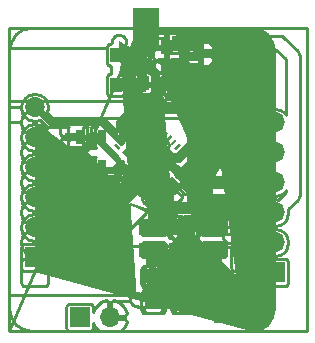
<source format=gbr>
G04 #@! TF.FileFunction,Copper,L1,Top,Signal*
%FSLAX46Y46*%
G04 Gerber Fmt 4.6, Leading zero omitted, Abs format (unit mm)*
<<<<<<< HEAD
G04 Created by KiCad (PCBNEW 4.0.7-e2-6376~58~ubuntu16.04.1) date Tue Nov 21 15:05:01 2017*
=======
G04 Created by KiCad (PCBNEW 4.0.7-e2-6376~58~ubuntu16.04.1) date Mon Nov  6 21:18:59 2017*
>>>>>>> 32bfc1fbeb0075f2edf25abd08975b23595f24f4
%MOMM*%
%LPD*%
G01*
G04 APERTURE LIST*
%ADD10C,0.100000*%
%ADD11R,1.200000X1.200000*%
%ADD12R,1.700000X1.700000*%
%ADD13O,1.700000X1.700000*%
%ADD14R,1.000000X1.250000*%
<<<<<<< HEAD
%ADD15R,0.900000X0.800000*%
%ADD16R,0.700000X1.300000*%
%ADD17R,1.300000X0.700000*%
%ADD18C,0.609600*%
%ADD19C,0.254000*%
%ADD20C,0.508000*%
G04 APERTURE END LIST*
D10*
D11*
X114046000Y-143850000D03*
X114046000Y-146050000D03*
D10*
G36*
X115967281Y-136939495D02*
X115083398Y-136055612D01*
X115790505Y-135348505D01*
X116674388Y-136232388D01*
X115967281Y-136939495D01*
X115967281Y-136939495D01*
G37*
G36*
X117381495Y-135525281D02*
X116497612Y-134641398D01*
X117204719Y-133934291D01*
X118088602Y-134818174D01*
X117381495Y-135525281D01*
X117381495Y-135525281D01*
G37*
G36*
X113818424Y-135390003D02*
X113655789Y-135552638D01*
X113266880Y-135163729D01*
X113429515Y-135001094D01*
X113818424Y-135390003D01*
X113818424Y-135390003D01*
G37*
G36*
X114171978Y-135036450D02*
X114009343Y-135199085D01*
X113620434Y-134810176D01*
X113783069Y-134647541D01*
X114171978Y-135036450D01*
X114171978Y-135036450D01*
G37*
G36*
X114525531Y-134682896D02*
X114362896Y-134845531D01*
X113973987Y-134456622D01*
X114136622Y-134293987D01*
X114525531Y-134682896D01*
X114525531Y-134682896D01*
G37*
G36*
X114879085Y-134329343D02*
X114716450Y-134491978D01*
X114327541Y-134103069D01*
X114490176Y-133940434D01*
X114879085Y-134329343D01*
X114879085Y-134329343D01*
G37*
G36*
X115232638Y-133975789D02*
X115070003Y-134138424D01*
X114681094Y-133749515D01*
X114843729Y-133586880D01*
X115232638Y-133975789D01*
X115232638Y-133975789D01*
G37*
G36*
X115232638Y-132724211D02*
X114843729Y-133113120D01*
X114681094Y-132950485D01*
X115070003Y-132561576D01*
X115232638Y-132724211D01*
X115232638Y-132724211D01*
G37*
G36*
X114879085Y-132370657D02*
X114490176Y-132759566D01*
X114327541Y-132596931D01*
X114716450Y-132208022D01*
X114879085Y-132370657D01*
X114879085Y-132370657D01*
G37*
G36*
X114525531Y-132017104D02*
X114136622Y-132406013D01*
X113973987Y-132243378D01*
X114362896Y-131854469D01*
X114525531Y-132017104D01*
X114525531Y-132017104D01*
G37*
G36*
X114171978Y-131663550D02*
X113783069Y-132052459D01*
X113620434Y-131889824D01*
X114009343Y-131500915D01*
X114171978Y-131663550D01*
X114171978Y-131663550D01*
G37*
G36*
X113818424Y-131309997D02*
X113429515Y-131698906D01*
X113266880Y-131536271D01*
X113655789Y-131147362D01*
X113818424Y-131309997D01*
X113818424Y-131309997D01*
G37*
G36*
X112793120Y-131536271D02*
X112630485Y-131698906D01*
X112241576Y-131309997D01*
X112404211Y-131147362D01*
X112793120Y-131536271D01*
X112793120Y-131536271D01*
G37*
G36*
X112439566Y-131889824D02*
X112276931Y-132052459D01*
X111888022Y-131663550D01*
X112050657Y-131500915D01*
X112439566Y-131889824D01*
X112439566Y-131889824D01*
G37*
G36*
X112086013Y-132243378D02*
X111923378Y-132406013D01*
X111534469Y-132017104D01*
X111697104Y-131854469D01*
X112086013Y-132243378D01*
X112086013Y-132243378D01*
G37*
G36*
X111732459Y-132596931D02*
X111569824Y-132759566D01*
X111180915Y-132370657D01*
X111343550Y-132208022D01*
X111732459Y-132596931D01*
X111732459Y-132596931D01*
G37*
G36*
X111378906Y-132950485D02*
X111216271Y-133113120D01*
X110827362Y-132724211D01*
X110989997Y-132561576D01*
X111378906Y-132950485D01*
X111378906Y-132950485D01*
G37*
G36*
X111378906Y-133749515D02*
X110989997Y-134138424D01*
X110827362Y-133975789D01*
X111216271Y-133586880D01*
X111378906Y-133749515D01*
X111378906Y-133749515D01*
G37*
G36*
X111732459Y-134103069D02*
X111343550Y-134491978D01*
X111180915Y-134329343D01*
X111569824Y-133940434D01*
X111732459Y-134103069D01*
X111732459Y-134103069D01*
G37*
G36*
X112086013Y-134456622D02*
X111697104Y-134845531D01*
X111534469Y-134682896D01*
X111923378Y-134293987D01*
X112086013Y-134456622D01*
X112086013Y-134456622D01*
G37*
G36*
X112439566Y-134810176D02*
X112050657Y-135199085D01*
X111888022Y-135036450D01*
X112276931Y-134647541D01*
X112439566Y-134810176D01*
X112439566Y-134810176D01*
G37*
G36*
X112793120Y-135163729D02*
X112404211Y-135552638D01*
X112241576Y-135390003D01*
X112630485Y-135001094D01*
X112793120Y-135163729D01*
X112793120Y-135163729D01*
G37*
G36*
X114550280Y-133350000D02*
X113030000Y-134870280D01*
X111509720Y-133350000D01*
X113030000Y-131829720D01*
X114550280Y-133350000D01*
X114550280Y-133350000D01*
G37*
G36*
X113337591Y-135616277D02*
X113030000Y-135923868D01*
X112722409Y-135616277D01*
X113030000Y-135308686D01*
X113337591Y-135616277D01*
X113337591Y-135616277D01*
G37*
D12*
X121920000Y-142240000D03*
D13*
X121920000Y-139700000D03*
X121920000Y-137160000D03*
X121920000Y-134620000D03*
X121920000Y-132080000D03*
X121920000Y-129540000D03*
D14*
X115300000Y-127508000D03*
X113300000Y-127508000D03*
X115300000Y-124460000D03*
X113300000Y-124460000D03*
D11*
X119126000Y-143850000D03*
X119126000Y-146050000D03*
X116586000Y-143850000D03*
X116586000Y-146050000D03*
=======
%ADD15R,0.700000X1.300000*%
%ADD16R,1.300000X0.700000*%
%ADD17R,2.235200X1.219200*%
%ADD18R,2.199640X3.599180*%
%ADD19C,0.600000*%
%ADD20C,0.635000*%
%ADD21C,0.250000*%
%ADD22C,0.254000*%
G04 APERTURE END LIST*
D10*
D11*
X114300000Y-143850000D03*
X114300000Y-146050000D03*
D10*
G36*
X117182388Y-136939495D02*
X116298505Y-136055612D01*
X117005612Y-135348505D01*
X117889495Y-136232388D01*
X117182388Y-136939495D01*
X117182388Y-136939495D01*
G37*
G36*
X118596602Y-135525281D02*
X117712719Y-134641398D01*
X118419826Y-133934291D01*
X119303709Y-134818174D01*
X118596602Y-135525281D01*
X118596602Y-135525281D01*
G37*
G36*
X115088424Y-135390003D02*
X114925789Y-135552638D01*
X114536880Y-135163729D01*
X114699515Y-135001094D01*
X115088424Y-135390003D01*
X115088424Y-135390003D01*
G37*
G36*
X115441978Y-135036450D02*
X115279343Y-135199085D01*
X114890434Y-134810176D01*
X115053069Y-134647541D01*
X115441978Y-135036450D01*
X115441978Y-135036450D01*
G37*
G36*
X115795531Y-134682896D02*
X115632896Y-134845531D01*
X115243987Y-134456622D01*
X115406622Y-134293987D01*
X115795531Y-134682896D01*
X115795531Y-134682896D01*
G37*
G36*
X116149085Y-134329343D02*
X115986450Y-134491978D01*
X115597541Y-134103069D01*
X115760176Y-133940434D01*
X116149085Y-134329343D01*
X116149085Y-134329343D01*
G37*
G36*
X116502638Y-133975789D02*
X116340003Y-134138424D01*
X115951094Y-133749515D01*
X116113729Y-133586880D01*
X116502638Y-133975789D01*
X116502638Y-133975789D01*
G37*
G36*
X116502638Y-132724211D02*
X116113729Y-133113120D01*
X115951094Y-132950485D01*
X116340003Y-132561576D01*
X116502638Y-132724211D01*
X116502638Y-132724211D01*
G37*
G36*
X116149085Y-132370657D02*
X115760176Y-132759566D01*
X115597541Y-132596931D01*
X115986450Y-132208022D01*
X116149085Y-132370657D01*
X116149085Y-132370657D01*
G37*
G36*
X115795531Y-132017104D02*
X115406622Y-132406013D01*
X115243987Y-132243378D01*
X115632896Y-131854469D01*
X115795531Y-132017104D01*
X115795531Y-132017104D01*
G37*
G36*
X115441978Y-131663550D02*
X115053069Y-132052459D01*
X114890434Y-131889824D01*
X115279343Y-131500915D01*
X115441978Y-131663550D01*
X115441978Y-131663550D01*
G37*
G36*
X115088424Y-131309997D02*
X114699515Y-131698906D01*
X114536880Y-131536271D01*
X114925789Y-131147362D01*
X115088424Y-131309997D01*
X115088424Y-131309997D01*
G37*
G36*
X114063120Y-131536271D02*
X113900485Y-131698906D01*
X113511576Y-131309997D01*
X113674211Y-131147362D01*
X114063120Y-131536271D01*
X114063120Y-131536271D01*
G37*
G36*
X113709566Y-131889824D02*
X113546931Y-132052459D01*
X113158022Y-131663550D01*
X113320657Y-131500915D01*
X113709566Y-131889824D01*
X113709566Y-131889824D01*
G37*
G36*
X113356013Y-132243378D02*
X113193378Y-132406013D01*
X112804469Y-132017104D01*
X112967104Y-131854469D01*
X113356013Y-132243378D01*
X113356013Y-132243378D01*
G37*
G36*
X113002459Y-132596931D02*
X112839824Y-132759566D01*
X112450915Y-132370657D01*
X112613550Y-132208022D01*
X113002459Y-132596931D01*
X113002459Y-132596931D01*
G37*
G36*
X112648906Y-132950485D02*
X112486271Y-133113120D01*
X112097362Y-132724211D01*
X112259997Y-132561576D01*
X112648906Y-132950485D01*
X112648906Y-132950485D01*
G37*
G36*
X112648906Y-133749515D02*
X112259997Y-134138424D01*
X112097362Y-133975789D01*
X112486271Y-133586880D01*
X112648906Y-133749515D01*
X112648906Y-133749515D01*
G37*
G36*
X113002459Y-134103069D02*
X112613550Y-134491978D01*
X112450915Y-134329343D01*
X112839824Y-133940434D01*
X113002459Y-134103069D01*
X113002459Y-134103069D01*
G37*
G36*
X113356013Y-134456622D02*
X112967104Y-134845531D01*
X112804469Y-134682896D01*
X113193378Y-134293987D01*
X113356013Y-134456622D01*
X113356013Y-134456622D01*
G37*
G36*
X113709566Y-134810176D02*
X113320657Y-135199085D01*
X113158022Y-135036450D01*
X113546931Y-134647541D01*
X113709566Y-134810176D01*
X113709566Y-134810176D01*
G37*
G36*
X114063120Y-135163729D02*
X113674211Y-135552638D01*
X113511576Y-135390003D01*
X113900485Y-135001094D01*
X114063120Y-135163729D01*
X114063120Y-135163729D01*
G37*
G36*
X115820280Y-133350000D02*
X114300000Y-134870280D01*
X112779720Y-133350000D01*
X114300000Y-131829720D01*
X115820280Y-133350000D01*
X115820280Y-133350000D01*
G37*
G36*
X114607591Y-135616277D02*
X114300000Y-135923868D01*
X113992409Y-135616277D01*
X114300000Y-135308686D01*
X114607591Y-135616277D01*
X114607591Y-135616277D01*
G37*
D12*
X124460000Y-143510000D03*
D13*
X124460000Y-140970000D03*
X124460000Y-138430000D03*
X124460000Y-135890000D03*
X124460000Y-133350000D03*
X124460000Y-130810000D03*
D14*
X113030000Y-125095000D03*
X111030000Y-125095000D03*
X113030000Y-127635000D03*
X111030000Y-127635000D03*
D11*
X119380000Y-143850000D03*
X119380000Y-146050000D03*
X116840000Y-143850000D03*
X116840000Y-146050000D03*
D15*
X107955000Y-137160000D03*
X109855000Y-137160000D03*
X107950000Y-132080000D03*
X109850000Y-132080000D03*
X107950000Y-134620000D03*
X109850000Y-134620000D03*
D16*
X119380000Y-139705000D03*
X119380000Y-141605000D03*
X114300000Y-139705000D03*
X114300000Y-141605000D03*
X116840000Y-139705000D03*
X116840000Y-141605000D03*
D17*
X116840000Y-124053600D03*
X116840000Y-126365000D03*
X116840000Y-128676400D03*
D18*
X123037600Y-126365000D03*
>>>>>>> 32bfc1fbeb0075f2edf25abd08975b23595f24f4
D12*
X107950000Y-147320000D03*
D13*
X110490000Y-147320000D03*
D12*
<<<<<<< HEAD
X104140000Y-142240000D03*
D13*
X104140000Y-139700000D03*
X104140000Y-137160000D03*
X104140000Y-134620000D03*
X104140000Y-132080000D03*
X104140000Y-129540000D03*
D15*
X118126000Y-125034000D03*
X118126000Y-126934000D03*
X120126000Y-125984000D03*
D16*
X107254000Y-137160000D03*
X109154000Y-137160000D03*
X107254000Y-132080000D03*
X109154000Y-132080000D03*
X107254000Y-134620000D03*
X109154000Y-134620000D03*
D17*
X119126000Y-139705000D03*
X119126000Y-141605000D03*
X114046000Y-139705000D03*
X114046000Y-141605000D03*
X116586000Y-139705000D03*
X116586000Y-141605000D03*
D18*
X114300000Y-135636000D03*
X121412000Y-125984000D03*
X113538000Y-122936000D03*
X120396000Y-146050000D03*
X118110000Y-133858000D03*
X114801401Y-138423401D03*
X118110000Y-136652000D03*
X109982000Y-137160000D03*
X119380000Y-138684000D03*
D19*
X114346000Y-139705000D02*
X114046000Y-139705000D01*
X121070001Y-138009999D02*
X116041001Y-138009999D01*
X121920000Y-137160000D02*
X121070001Y-138009999D01*
X116041001Y-138009999D02*
X114346000Y-139705000D01*
D20*
X123698000Y-127508000D02*
X123698000Y-135382000D01*
X123698000Y-135382000D02*
X121920000Y-137160000D01*
X123124000Y-126934000D02*
X123698000Y-127508000D01*
X118126000Y-126934000D02*
X123124000Y-126934000D01*
D19*
X115300000Y-127508000D02*
X117552000Y-127508000D01*
X117552000Y-127508000D02*
X118126000Y-126934000D01*
X113030000Y-133350000D02*
X113030000Y-134057107D01*
X113030000Y-134057107D02*
X113896206Y-134923313D01*
X113896206Y-134923313D02*
X114300000Y-135327107D01*
X114300000Y-135327107D02*
X114300000Y-135636000D01*
X120126000Y-125984000D02*
X121412000Y-125984000D01*
X113300000Y-124460000D02*
X113300000Y-123174000D01*
X113300000Y-123174000D02*
X113538000Y-122936000D01*
X113300000Y-127508000D02*
X113300000Y-124460000D01*
X119126000Y-146050000D02*
X120396000Y-146050000D01*
X116586000Y-146050000D02*
X119126000Y-146050000D01*
X114046000Y-146050000D02*
X114900000Y-146050000D01*
X114900000Y-146050000D02*
X116586000Y-146050000D01*
X117293107Y-134729786D02*
X117293107Y-134674893D01*
X117293107Y-134674893D02*
X118110000Y-133858000D01*
X115300000Y-124460000D02*
X117552000Y-124460000D01*
X117552000Y-124460000D02*
X118126000Y-125034000D01*
X115878893Y-136144000D02*
X115824000Y-136144000D01*
X115824000Y-136144000D02*
X114249759Y-134569759D01*
X119126000Y-141605000D02*
X119126000Y-143850000D01*
X114046000Y-141605000D02*
X114046000Y-143850000D01*
X116586000Y-141605000D02*
X116586000Y-143850000D01*
X113617001Y-137239001D02*
X114496602Y-138118602D01*
X113617001Y-135351215D02*
X113617001Y-137239001D01*
X114496602Y-138118602D02*
X114801401Y-138423401D01*
X113542652Y-135276866D02*
X113617001Y-135351215D01*
X109154000Y-137160000D02*
X108654000Y-137160000D01*
X117348000Y-135804691D02*
X119126000Y-135804691D01*
X119126000Y-135804691D02*
X120735309Y-135804691D01*
X118110000Y-136652000D02*
X118957309Y-135804691D01*
X118957309Y-135804691D02*
X119126000Y-135804691D01*
X117265758Y-135804691D02*
X117348000Y-135804691D01*
X121070001Y-135469999D02*
X121920000Y-134620000D01*
X109154000Y-137160000D02*
X109982000Y-137160000D01*
X114603313Y-134216206D02*
X114868477Y-134481370D01*
X114868477Y-134481370D02*
X115942437Y-134481370D01*
X115942437Y-134481370D02*
X117265758Y-135804691D01*
X120735309Y-135804691D02*
X121070001Y-135469999D01*
X119380000Y-138684000D02*
X119380000Y-139451000D01*
X119380000Y-139451000D02*
X119126000Y-139705000D01*
X116327348Y-133862652D02*
X118110000Y-132080000D01*
X118110000Y-132080000D02*
X121920000Y-132080000D01*
X114956866Y-133862652D02*
X116327348Y-133862652D01*
X111456687Y-132483794D02*
X109782893Y-130810000D01*
X109782893Y-130810000D02*
X105410000Y-130810000D01*
X105410000Y-130810000D02*
X104140000Y-129540000D01*
X106172000Y-140208000D02*
X104140000Y-142240000D01*
X108712000Y-140208000D02*
X106172000Y-140208000D01*
X112442999Y-136477001D02*
X108712000Y-140208000D01*
X112517348Y-135276866D02*
X112442999Y-135351215D01*
X112442999Y-135351215D02*
X112442999Y-136477001D01*
X111898630Y-136259370D02*
X108458000Y-139700000D01*
X108458000Y-139700000D02*
X104140000Y-139700000D01*
X112163794Y-134923313D02*
X111898630Y-135188477D01*
X111898630Y-135188477D02*
X111898630Y-136259370D01*
X110830599Y-135549401D02*
X105750599Y-135549401D01*
X105750599Y-135549401D02*
X104140000Y-137160000D01*
X111810241Y-134569759D02*
X110830599Y-135549401D01*
X108458000Y-133604000D02*
X105156000Y-133604000D01*
X105156000Y-133604000D02*
X104140000Y-134620000D01*
X109154000Y-134300000D02*
X108458000Y-133604000D01*
X109154000Y-134620000D02*
X109154000Y-134300000D01*
X111456687Y-134216206D02*
X110798893Y-134874000D01*
X110798893Y-134874000D02*
X109408000Y-134874000D01*
X109408000Y-134874000D02*
X109154000Y-134620000D01*
X108458000Y-133096000D02*
X105156000Y-133096000D01*
X105156000Y-133096000D02*
X104140000Y-132080000D01*
X109154000Y-132400000D02*
X108458000Y-133096000D01*
X109154000Y-132080000D02*
X109154000Y-132400000D01*
X111103134Y-133862652D02*
X109320482Y-132080000D01*
X109320482Y-132080000D02*
X109154000Y-132080000D01*
X112776000Y-129540000D02*
X121920000Y-129540000D01*
X111545077Y-130770923D02*
X112776000Y-129540000D01*
X111810241Y-132130241D02*
X111545077Y-131865077D01*
X111545077Y-131865077D02*
X111545077Y-130770923D01*
G36*
X112953902Y-122819286D02*
X112953766Y-122974730D01*
X112924535Y-123018477D01*
X112893600Y-123174000D01*
X112893600Y-123550127D01*
X112800000Y-123550127D01*
X112696461Y-123569609D01*
X112601366Y-123630801D01*
X112537571Y-123724168D01*
X112515127Y-123835000D01*
X112515127Y-125085000D01*
X112534609Y-125188539D01*
X112595801Y-125283634D01*
X112689168Y-125347429D01*
X112800000Y-125369873D01*
X112893600Y-125369873D01*
X112893600Y-126598127D01*
X112800000Y-126598127D01*
X112696461Y-126617609D01*
X112601366Y-126678801D01*
X112537571Y-126772168D01*
X112515127Y-126883000D01*
X112515127Y-128133000D01*
X112534609Y-128236539D01*
X112595801Y-128331634D01*
X112689168Y-128395429D01*
X112800000Y-128417873D01*
X113800000Y-128417873D01*
X113903539Y-128398391D01*
X113998634Y-128337199D01*
X114062429Y-128243832D01*
X114084873Y-128133000D01*
X114084873Y-126883000D01*
X114065391Y-126779461D01*
X114004199Y-126684366D01*
X113910832Y-126620571D01*
X113800000Y-126598127D01*
X113706400Y-126598127D01*
X113706400Y-125369873D01*
X113800000Y-125369873D01*
X113903539Y-125350391D01*
X113998634Y-125289199D01*
X114062429Y-125195832D01*
X114084873Y-125085000D01*
X114084873Y-124745750D01*
X114165000Y-124745750D01*
X114165000Y-125211310D01*
X114261673Y-125444699D01*
X114440302Y-125623327D01*
X114673691Y-125720000D01*
X115014250Y-125720000D01*
X115173000Y-125561250D01*
X115173000Y-124587000D01*
X115427000Y-124587000D01*
X115427000Y-125561250D01*
X115585750Y-125720000D01*
X115926309Y-125720000D01*
X116159698Y-125623327D01*
X116338327Y-125444699D01*
X116390082Y-125319750D01*
X117041000Y-125319750D01*
X117041000Y-125560310D01*
X117137673Y-125793699D01*
X117316302Y-125972327D01*
X117549691Y-126069000D01*
X117840250Y-126069000D01*
X117999000Y-125910250D01*
X117999000Y-125161000D01*
X118253000Y-125161000D01*
X118253000Y-125910250D01*
X118411750Y-126069000D01*
X118702309Y-126069000D01*
X118935698Y-125972327D01*
X119114327Y-125793699D01*
X119211000Y-125560310D01*
X119211000Y-125319750D01*
X119052250Y-125161000D01*
X118253000Y-125161000D01*
X117999000Y-125161000D01*
X117199750Y-125161000D01*
X117041000Y-125319750D01*
X116390082Y-125319750D01*
X116435000Y-125211310D01*
X116435000Y-124745750D01*
X116276250Y-124587000D01*
X115427000Y-124587000D01*
X115173000Y-124587000D01*
X114323750Y-124587000D01*
X114165000Y-124745750D01*
X114084873Y-124745750D01*
X114084873Y-124507690D01*
X117041000Y-124507690D01*
X117041000Y-124748250D01*
X117199750Y-124907000D01*
X117999000Y-124907000D01*
X117999000Y-124157750D01*
X118253000Y-124157750D01*
X118253000Y-124907000D01*
X119052250Y-124907000D01*
X119211000Y-124748250D01*
X119211000Y-124507690D01*
X119114327Y-124274301D01*
X118935698Y-124095673D01*
X118702309Y-123999000D01*
X118411750Y-123999000D01*
X118253000Y-124157750D01*
X117999000Y-124157750D01*
X117840250Y-123999000D01*
X117549691Y-123999000D01*
X117316302Y-124095673D01*
X117137673Y-124274301D01*
X117041000Y-124507690D01*
X114084873Y-124507690D01*
X114084873Y-123835000D01*
X114065391Y-123731461D01*
X114050739Y-123708690D01*
X114165000Y-123708690D01*
X114165000Y-124174250D01*
X114323750Y-124333000D01*
X115173000Y-124333000D01*
X115173000Y-123358750D01*
X115427000Y-123358750D01*
X115427000Y-124333000D01*
X116276250Y-124333000D01*
X116435000Y-124174250D01*
X116435000Y-123708690D01*
X116338327Y-123475301D01*
X116159698Y-123296673D01*
X115926309Y-123200000D01*
X115585750Y-123200000D01*
X115427000Y-123358750D01*
X115173000Y-123358750D01*
X115014250Y-123200000D01*
X114673691Y-123200000D01*
X114440302Y-123296673D01*
X114261673Y-123475301D01*
X114165000Y-123708690D01*
X114050739Y-123708690D01*
X114004199Y-123636366D01*
X113910832Y-123572571D01*
X113800000Y-123550127D01*
X113706400Y-123550127D01*
X113706400Y-123498524D01*
X113868490Y-123431549D01*
X114032972Y-123267355D01*
X114122098Y-123052714D01*
X114122301Y-122820305D01*
X114106639Y-122782400D01*
X122393096Y-122782400D01*
X123164533Y-122935848D01*
X123788939Y-123353063D01*
X124211784Y-123985896D01*
X124356783Y-124549810D01*
X124359600Y-124555671D01*
X124359600Y-146523096D01*
X124206152Y-147294533D01*
X123788939Y-147918937D01*
X123164533Y-148336152D01*
X122393096Y-148489600D01*
=======
X104140000Y-143510000D03*
D13*
X104140000Y-140970000D03*
X104140000Y-138430000D03*
X104140000Y-135890000D03*
X104140000Y-133350000D03*
X104140000Y-130810000D03*
D19*
X114808000Y-138430000D03*
X115570000Y-135636000D03*
X114808000Y-125984000D03*
X111252000Y-123952000D03*
X112776000Y-145796000D03*
X119888000Y-134620000D03*
X121158000Y-143764000D03*
X117856000Y-140462000D03*
X110744000Y-137160000D03*
X120650000Y-140462000D03*
D20*
X124815600Y-124053600D02*
X125978801Y-125216801D01*
X125978801Y-125216801D02*
X125978801Y-136911199D01*
X125978801Y-136911199D02*
X125399799Y-137490201D01*
X125399799Y-137490201D02*
X124460000Y-138430000D01*
X116840000Y-124053600D02*
X124815600Y-124053600D01*
D21*
X114300000Y-139705000D02*
X114300000Y-138938000D01*
X114300000Y-138938000D02*
X114808000Y-138430000D01*
X113030000Y-125095000D02*
X113030000Y-124970000D01*
X115472400Y-124053600D02*
X116840000Y-124053600D01*
X113030000Y-124970000D02*
X113946400Y-124053600D01*
X113946400Y-124053600D02*
X115472400Y-124053600D01*
X114300000Y-133350000D02*
X114300000Y-134057107D01*
X114300000Y-134057107D02*
X115166206Y-134923313D01*
X115166206Y-134923313D02*
X115570000Y-135327107D01*
X115570000Y-135327107D02*
X115570000Y-135636000D01*
X116840000Y-126365000D02*
X115189000Y-126365000D01*
X115189000Y-126365000D02*
X114808000Y-125984000D01*
X111030000Y-125095000D02*
X111030000Y-124174000D01*
X111030000Y-124174000D02*
X111252000Y-123952000D01*
X111030000Y-127635000D02*
X111030000Y-125095000D01*
X114300000Y-146050000D02*
X113030000Y-146050000D01*
X113030000Y-146050000D02*
X112776000Y-145796000D01*
X116840000Y-146050000D02*
X115990000Y-146050000D01*
X115990000Y-146050000D02*
X114300000Y-146050000D01*
X119380000Y-146050000D02*
X118530000Y-146050000D01*
X118530000Y-146050000D02*
X116840000Y-146050000D01*
X118508214Y-134729786D02*
X119778214Y-134729786D01*
X119778214Y-134729786D02*
X119888000Y-134620000D01*
X117094000Y-136144000D02*
X117348000Y-136144000D01*
X117348000Y-136144000D02*
X118110000Y-136906000D01*
X107950000Y-132080000D02*
X106680000Y-132080000D01*
X106426000Y-134620000D02*
X107950000Y-134620000D01*
X107955000Y-137160000D02*
X106680000Y-137160000D01*
X116840000Y-139705000D02*
X117099000Y-139705000D01*
X117099000Y-139705000D02*
X117856000Y-140462000D01*
X113030000Y-127635000D02*
X113030000Y-127760000D01*
X113946400Y-128676400D02*
X115472400Y-128676400D01*
X113030000Y-127760000D02*
X113946400Y-128676400D01*
X115472400Y-128676400D02*
X116840000Y-128676400D01*
X119380000Y-141605000D02*
X119380000Y-143850000D01*
X114300000Y-141605000D02*
X114300000Y-143850000D01*
X116840000Y-141605000D02*
X116840000Y-143850000D01*
X116840000Y-137922000D02*
X119182002Y-137922000D01*
X119182002Y-137922000D02*
X123520201Y-142260199D01*
X123520201Y-142260199D02*
X123520201Y-142570201D01*
X123520201Y-142570201D02*
X124460000Y-143510000D01*
X114932601Y-136014601D02*
X116840000Y-137922000D01*
X114812652Y-135276866D02*
X114932601Y-135396815D01*
X114932601Y-135396815D02*
X114932601Y-136014601D01*
X109855000Y-137160000D02*
X110744000Y-137160000D01*
X116531107Y-134874000D02*
X117485686Y-134874000D01*
X117485686Y-134874000D02*
X118501686Y-135890000D01*
X118501686Y-135890000D02*
X123384923Y-135890000D01*
X123384923Y-135890000D02*
X124714000Y-135890000D01*
X115873313Y-134216206D02*
X116531107Y-134874000D01*
X119380000Y-139705000D02*
X119893000Y-139705000D01*
X119893000Y-139705000D02*
X120650000Y-140462000D01*
X117851348Y-133862652D02*
X118364000Y-133350000D01*
X118364000Y-133350000D02*
X124460000Y-133350000D01*
X116226866Y-133862652D02*
X117851348Y-133862652D01*
X112726687Y-132483794D02*
X111052893Y-130810000D01*
X111052893Y-130810000D02*
X104394000Y-130810000D01*
X112014000Y-139446000D02*
X108204000Y-139446000D01*
X108204000Y-139446000D02*
X104140000Y-143510000D01*
X113284000Y-138176000D02*
X112014000Y-139446000D01*
X113284000Y-135890000D02*
X113284000Y-138176000D01*
X113522184Y-135651816D02*
X113284000Y-135890000D01*
X113787348Y-135276866D02*
X113522184Y-135542030D01*
X113522184Y-135542030D02*
X113522184Y-135651816D01*
X113787348Y-135276866D02*
X113716651Y-135276866D01*
X111760000Y-138938000D02*
X106426000Y-138938000D01*
X106426000Y-138938000D02*
X104394000Y-140970000D01*
X112776000Y-137922000D02*
X111760000Y-138938000D01*
X112776000Y-135581107D02*
X112776000Y-137922000D01*
X113433794Y-134923313D02*
X112776000Y-135581107D01*
X112268000Y-137668000D02*
X111506000Y-138430000D01*
X111506000Y-138430000D02*
X104140000Y-138430000D01*
X112268000Y-135382000D02*
X112268000Y-137668000D01*
X113080241Y-134569759D02*
X112268000Y-135382000D01*
X109850000Y-134620000D02*
X109850000Y-135520000D01*
X109850000Y-135520000D02*
X109480000Y-135890000D01*
X109480000Y-135890000D02*
X105723077Y-135890000D01*
X105723077Y-135890000D02*
X104394000Y-135890000D01*
X112726687Y-134216206D02*
X112322893Y-134620000D01*
X112322893Y-134620000D02*
X109850000Y-134620000D01*
X109850000Y-132080000D02*
X109850000Y-132980000D01*
X109850000Y-132980000D02*
X109480000Y-133350000D01*
X109480000Y-133350000D02*
X105469077Y-133350000D01*
X105469077Y-133350000D02*
X104140000Y-133350000D01*
X112373134Y-133862652D02*
X111332652Y-133862652D01*
X111332652Y-133862652D02*
X109850000Y-132380000D01*
X109850000Y-132380000D02*
X109850000Y-132080000D01*
X112815077Y-131532923D02*
X113538000Y-130810000D01*
X113538000Y-130810000D02*
X124714000Y-130810000D01*
X112815077Y-131865077D02*
X112815077Y-131532923D01*
X113080241Y-132130241D02*
X112815077Y-131865077D01*
D22*
G36*
X127153600Y-148489600D02*
>>>>>>> 32bfc1fbeb0075f2edf25abd08975b23595f24f4
X111368897Y-148489600D01*
X111685183Y-148201358D01*
X111931486Y-147676892D01*
X111810819Y-147447000D01*
X110617000Y-147447000D01*
X110617000Y-147467000D01*
X110363000Y-147467000D01*
X110363000Y-147447000D01*
X110343000Y-147447000D01*
X110343000Y-147193000D01*
X110363000Y-147193000D01*
X110363000Y-145999845D01*
X110617000Y-145999845D01*
X110617000Y-147193000D01*
X111810819Y-147193000D01*
X111931486Y-146963108D01*
X111685183Y-146438642D01*
X111256924Y-146048355D01*
<<<<<<< HEAD
=======
X110924681Y-145910744D01*
X112196500Y-145910744D01*
X112284522Y-146123775D01*
X112447368Y-146286905D01*
X112660245Y-146375299D01*
X112803116Y-146375424D01*
X112875242Y-146423617D01*
X113030000Y-146454400D01*
X113415127Y-146454400D01*
X113415127Y-146650000D01*
X113434609Y-146753539D01*
X113495801Y-146848634D01*
X113589168Y-146912429D01*
X113700000Y-146934873D01*
X114900000Y-146934873D01*
X115003539Y-146915391D01*
X115098634Y-146854199D01*
X115162429Y-146760832D01*
X115184873Y-146650000D01*
X115184873Y-146454400D01*
X115955127Y-146454400D01*
X115955127Y-146650000D01*
X115974609Y-146753539D01*
X116035801Y-146848634D01*
X116129168Y-146912429D01*
X116240000Y-146934873D01*
X117440000Y-146934873D01*
X117543539Y-146915391D01*
X117638634Y-146854199D01*
X117702429Y-146760832D01*
X117724873Y-146650000D01*
X117724873Y-146454400D01*
X118495127Y-146454400D01*
X118495127Y-146650000D01*
X118514609Y-146753539D01*
X118575801Y-146848634D01*
X118669168Y-146912429D01*
X118780000Y-146934873D01*
X119980000Y-146934873D01*
X120083539Y-146915391D01*
X120178634Y-146854199D01*
X120242429Y-146760832D01*
X120264873Y-146650000D01*
X120264873Y-145450000D01*
X120245391Y-145346461D01*
X120184199Y-145251366D01*
X120090832Y-145187571D01*
X119980000Y-145165127D01*
X118780000Y-145165127D01*
X118676461Y-145184609D01*
X118581366Y-145245801D01*
X118517571Y-145339168D01*
X118495127Y-145450000D01*
X118495127Y-145645600D01*
X117724873Y-145645600D01*
X117724873Y-145450000D01*
X117705391Y-145346461D01*
X117644199Y-145251366D01*
X117550832Y-145187571D01*
X117440000Y-145165127D01*
X116240000Y-145165127D01*
X116136461Y-145184609D01*
X116041366Y-145245801D01*
X115977571Y-145339168D01*
X115955127Y-145450000D01*
X115955127Y-145645600D01*
X115184873Y-145645600D01*
X115184873Y-145450000D01*
X115165391Y-145346461D01*
X115104199Y-145251366D01*
X115010832Y-145187571D01*
X114900000Y-145165127D01*
X113700000Y-145165127D01*
X113596461Y-145184609D01*
X113501366Y-145245801D01*
X113437571Y-145339168D01*
X113415127Y-145450000D01*
X113415127Y-145645600D01*
X113340767Y-145645600D01*
X113267478Y-145468225D01*
X113104632Y-145305095D01*
X112891755Y-145216701D01*
X112661256Y-145216500D01*
X112448225Y-145304522D01*
X112285095Y-145467368D01*
X112196701Y-145680245D01*
X112196500Y-145910744D01*
X110924681Y-145910744D01*
>>>>>>> 32bfc1fbeb0075f2edf25abd08975b23595f24f4
X110846890Y-145878524D01*
X110617000Y-145999845D01*
X110363000Y-145999845D01*
X110133110Y-145878524D01*
X109723076Y-146048355D01*
X109294817Y-146438642D01*
X109084873Y-146885687D01*
X109084873Y-146470000D01*
X109065391Y-146366461D01*
X109004199Y-146271366D01*
X108910832Y-146207571D01*
X108800000Y-146185127D01*
X107100000Y-146185127D01*
X106996461Y-146204609D01*
X106901366Y-146265801D01*
X106837571Y-146359168D01*
X106815127Y-146470000D01*
X106815127Y-148170000D01*
X106834609Y-148273539D01*
X106895801Y-148368634D01*
X106989168Y-148432429D01*
X107100000Y-148454873D01*
X108800000Y-148454873D01*
X108903539Y-148435391D01*
X108998634Y-148374199D01*
X109062429Y-148280832D01*
X109084873Y-148170000D01*
X109084873Y-147754313D01*
X109294817Y-148201358D01*
X109611103Y-148489600D01*
<<<<<<< HEAD
X103920904Y-148489600D01*
X103149467Y-148336152D01*
X102525063Y-147918939D01*
X102107848Y-147294533D01*
X101954400Y-146523096D01*
X101954400Y-145450000D01*
X113161127Y-145450000D01*
X113161127Y-146650000D01*
X113180609Y-146753539D01*
X113241801Y-146848634D01*
X113335168Y-146912429D01*
X113446000Y-146934873D01*
X114646000Y-146934873D01*
X114749539Y-146915391D01*
X114844634Y-146854199D01*
X114908429Y-146760832D01*
X114930873Y-146650000D01*
X114930873Y-146456400D01*
X115701127Y-146456400D01*
X115701127Y-146650000D01*
X115720609Y-146753539D01*
X115781801Y-146848634D01*
X115875168Y-146912429D01*
X115986000Y-146934873D01*
X117186000Y-146934873D01*
X117289539Y-146915391D01*
X117384634Y-146854199D01*
X117448429Y-146760832D01*
X117470873Y-146650000D01*
X117470873Y-146456400D01*
X118241127Y-146456400D01*
X118241127Y-146650000D01*
X118260609Y-146753539D01*
X118321801Y-146848634D01*
X118415168Y-146912429D01*
X118526000Y-146934873D01*
X119726000Y-146934873D01*
X119829539Y-146915391D01*
X119924634Y-146854199D01*
X119988429Y-146760832D01*
X120010873Y-146650000D01*
X120010873Y-146491106D01*
X120064645Y-146544972D01*
X120279286Y-146634098D01*
X120511695Y-146634301D01*
X120726490Y-146545549D01*
X120890972Y-146381355D01*
X120980098Y-146166714D01*
X120980301Y-145934305D01*
X120891549Y-145719510D01*
X120727355Y-145555028D01*
X120512714Y-145465902D01*
X120280305Y-145465699D01*
X120065510Y-145554451D01*
X120010873Y-145608992D01*
X120010873Y-145450000D01*
X119991391Y-145346461D01*
X119930199Y-145251366D01*
X119836832Y-145187571D01*
X119726000Y-145165127D01*
X118526000Y-145165127D01*
X118422461Y-145184609D01*
X118327366Y-145245801D01*
X118263571Y-145339168D01*
X118241127Y-145450000D01*
X118241127Y-145643600D01*
X117470873Y-145643600D01*
X117470873Y-145450000D01*
X117451391Y-145346461D01*
X117390199Y-145251366D01*
X117296832Y-145187571D01*
X117186000Y-145165127D01*
X115986000Y-145165127D01*
X115882461Y-145184609D01*
X115787366Y-145245801D01*
X115723571Y-145339168D01*
X115701127Y-145450000D01*
X115701127Y-145643600D01*
X114930873Y-145643600D01*
X114930873Y-145450000D01*
X114911391Y-145346461D01*
X114850199Y-145251366D01*
X114756832Y-145187571D01*
X114646000Y-145165127D01*
X113446000Y-145165127D01*
X113342461Y-145184609D01*
X113247366Y-145245801D01*
X113183571Y-145339168D01*
X113161127Y-145450000D01*
X101954400Y-145450000D01*
X101954400Y-129540000D01*
X102988474Y-129540000D01*
X103074444Y-129972203D01*
X103319268Y-130338606D01*
X103685671Y-130583430D01*
X104117874Y-130669400D01*
X104162126Y-130669400D01*
X104594329Y-130583430D01*
X104602940Y-130577676D01*
X105122632Y-131097368D01*
X105254477Y-131185465D01*
X105410000Y-131216400D01*
X106305157Y-131216400D01*
X106269000Y-131303690D01*
X106269000Y-131794250D01*
X106427750Y-131953000D01*
X107127000Y-131953000D01*
X107127000Y-131933000D01*
X107381000Y-131933000D01*
X107381000Y-131953000D01*
X108080250Y-131953000D01*
X108239000Y-131794250D01*
X108239000Y-131303690D01*
X108202843Y-131216400D01*
X108619976Y-131216400D01*
X108605366Y-131225801D01*
X108541571Y-131319168D01*
X108519127Y-131430000D01*
X108519127Y-132460137D01*
X108289664Y-132689600D01*
X108239000Y-132689600D01*
X108239000Y-132365750D01*
X108080250Y-132207000D01*
X107381000Y-132207000D01*
X107381000Y-132227000D01*
X107127000Y-132227000D01*
X107127000Y-132207000D01*
X106427750Y-132207000D01*
X106269000Y-132365750D01*
X106269000Y-132689600D01*
X105324336Y-132689600D01*
X105182077Y-132547341D01*
X105205556Y-132512203D01*
X105291526Y-132080000D01*
X105205556Y-131647797D01*
X104960732Y-131281394D01*
X104594329Y-131036570D01*
X104162126Y-130950600D01*
X104117874Y-130950600D01*
X103685671Y-131036570D01*
X103319268Y-131281394D01*
X103074444Y-131647797D01*
X102988474Y-132080000D01*
X103074444Y-132512203D01*
X103319268Y-132878606D01*
X103685671Y-133123430D01*
X104117874Y-133209400D01*
X104162126Y-133209400D01*
X104594329Y-133123430D01*
X104602940Y-133117676D01*
X104835264Y-133350000D01*
X104602940Y-133582324D01*
X104594329Y-133576570D01*
X104162126Y-133490600D01*
X104117874Y-133490600D01*
X103685671Y-133576570D01*
X103319268Y-133821394D01*
X103074444Y-134187797D01*
X102988474Y-134620000D01*
X103074444Y-135052203D01*
X103319268Y-135418606D01*
X103685671Y-135663430D01*
X104117874Y-135749400D01*
X104162126Y-135749400D01*
X104594329Y-135663430D01*
X104960732Y-135418606D01*
X105205556Y-135052203D01*
X105291526Y-134620000D01*
X105205556Y-134187797D01*
X105182077Y-134152659D01*
X105324336Y-134010400D01*
X106269000Y-134010400D01*
X106269000Y-134334250D01*
X106427750Y-134493000D01*
X107127000Y-134493000D01*
X107127000Y-134473000D01*
X107381000Y-134473000D01*
X107381000Y-134493000D01*
X108080250Y-134493000D01*
X108239000Y-134334250D01*
X108239000Y-134010400D01*
X108289664Y-134010400D01*
X108519127Y-134239863D01*
X108519127Y-135143001D01*
X108239000Y-135143001D01*
X108239000Y-134905750D01*
X108080250Y-134747000D01*
X107381000Y-134747000D01*
X107381000Y-134767000D01*
X107127000Y-134767000D01*
X107127000Y-134747000D01*
X106427750Y-134747000D01*
X106269000Y-134905750D01*
X106269000Y-135143001D01*
X105750599Y-135143001D01*
X105595076Y-135173936D01*
X105562515Y-135195693D01*
X105463231Y-135262033D01*
X104602940Y-136122324D01*
X104594329Y-136116570D01*
X104162126Y-136030600D01*
X104117874Y-136030600D01*
X103685671Y-136116570D01*
X103319268Y-136361394D01*
X103074444Y-136727797D01*
X102988474Y-137160000D01*
X103074444Y-137592203D01*
X103319268Y-137958606D01*
X103685671Y-138203430D01*
X104117874Y-138289400D01*
X104162126Y-138289400D01*
X104594329Y-138203430D01*
X104960732Y-137958606D01*
X105205556Y-137592203D01*
X105234687Y-137445750D01*
X106269000Y-137445750D01*
X106269000Y-137936310D01*
X106365673Y-138169699D01*
X106544302Y-138348327D01*
X106777691Y-138445000D01*
X106968250Y-138445000D01*
X107127000Y-138286250D01*
X107127000Y-137287000D01*
X107381000Y-137287000D01*
X107381000Y-138286250D01*
X107539750Y-138445000D01*
X107730309Y-138445000D01*
X107963698Y-138348327D01*
X108142327Y-138169699D01*
X108239000Y-137936310D01*
X108239000Y-137445750D01*
X108080250Y-137287000D01*
X107381000Y-137287000D01*
X107127000Y-137287000D01*
X106427750Y-137287000D01*
X106269000Y-137445750D01*
X105234687Y-137445750D01*
X105291526Y-137160000D01*
X105205556Y-136727797D01*
X105182077Y-136692659D01*
X105918935Y-135955801D01*
X106582620Y-135955801D01*
X106544302Y-135971673D01*
X106365673Y-136150301D01*
X106269000Y-136383690D01*
X106269000Y-136874250D01*
X106427750Y-137033000D01*
X107127000Y-137033000D01*
X107127000Y-137013000D01*
X107381000Y-137013000D01*
X107381000Y-137033000D01*
X108080250Y-137033000D01*
X108239000Y-136874250D01*
X108239000Y-136383690D01*
X108142327Y-136150301D01*
X107963698Y-135971673D01*
X107925380Y-135955801D01*
X110830599Y-135955801D01*
X110986122Y-135924866D01*
X111117967Y-135836769D01*
X111492230Y-135462506D01*
X111492230Y-136091034D01*
X110558307Y-137024957D01*
X110477549Y-136829510D01*
X110313355Y-136665028D01*
X110098714Y-136575902D01*
X109866305Y-136575699D01*
X109788873Y-136607693D01*
X109788873Y-136510000D01*
X109769391Y-136406461D01*
X109708199Y-136311366D01*
X109614832Y-136247571D01*
X109504000Y-136225127D01*
X108804000Y-136225127D01*
X108700461Y-136244609D01*
X108605366Y-136305801D01*
X108541571Y-136399168D01*
X108519127Y-136510000D01*
X108519127Y-136780428D01*
X108498477Y-136784535D01*
X108366632Y-136872632D01*
X108278535Y-137004477D01*
X108247600Y-137160000D01*
X108278535Y-137315523D01*
X108366632Y-137447368D01*
X108498477Y-137535465D01*
X108519127Y-137539572D01*
X108519127Y-137810000D01*
X108538609Y-137913539D01*
X108599801Y-138008634D01*
X108693168Y-138072429D01*
X108804000Y-138094873D01*
X109488391Y-138094873D01*
X108289664Y-139293600D01*
X105210689Y-139293600D01*
X105205556Y-139267797D01*
X104960732Y-138901394D01*
X104594329Y-138656570D01*
X104162126Y-138570600D01*
X104117874Y-138570600D01*
X103685671Y-138656570D01*
X103319268Y-138901394D01*
X103074444Y-139267797D01*
X102988474Y-139700000D01*
X103074444Y-140132203D01*
X103319268Y-140498606D01*
X103685671Y-140743430D01*
X104117874Y-140829400D01*
X104162126Y-140829400D01*
X104594329Y-140743430D01*
X104960732Y-140498606D01*
X105205556Y-140132203D01*
X105210689Y-140106400D01*
X105698864Y-140106400D01*
X104700137Y-141105127D01*
X103290000Y-141105127D01*
X103186461Y-141124609D01*
X103091366Y-141185801D01*
X103027571Y-141279168D01*
X103005127Y-141390000D01*
X103005127Y-143090000D01*
X103024609Y-143193539D01*
X103085801Y-143288634D01*
X103179168Y-143352429D01*
X103290000Y-143374873D01*
X104990000Y-143374873D01*
X105093539Y-143355391D01*
X105188634Y-143294199D01*
X105252429Y-143200832D01*
X105274873Y-143090000D01*
X105274873Y-141679863D01*
X105699736Y-141255000D01*
X113111127Y-141255000D01*
X113111127Y-141955000D01*
X113130609Y-142058539D01*
X113191801Y-142153634D01*
X113285168Y-142217429D01*
X113396000Y-142239873D01*
X113639600Y-142239873D01*
X113639600Y-142965127D01*
X113446000Y-142965127D01*
X113342461Y-142984609D01*
X113247366Y-143045801D01*
X113183571Y-143139168D01*
X113161127Y-143250000D01*
X113161127Y-144450000D01*
X113180609Y-144553539D01*
X113241801Y-144648634D01*
X113335168Y-144712429D01*
X113446000Y-144734873D01*
X114646000Y-144734873D01*
X114749539Y-144715391D01*
X114844634Y-144654199D01*
X114908429Y-144560832D01*
X114930873Y-144450000D01*
X114930873Y-143250000D01*
X114911391Y-143146461D01*
X114850199Y-143051366D01*
X114756832Y-142987571D01*
X114646000Y-142965127D01*
X114452400Y-142965127D01*
X114452400Y-142239873D01*
X114696000Y-142239873D01*
X114799539Y-142220391D01*
X114894634Y-142159199D01*
X114958429Y-142065832D01*
X114980873Y-141955000D01*
X114980873Y-141255000D01*
X115651127Y-141255000D01*
X115651127Y-141955000D01*
X115670609Y-142058539D01*
X115731801Y-142153634D01*
X115825168Y-142217429D01*
X115936000Y-142239873D01*
X116179600Y-142239873D01*
X116179600Y-142965127D01*
X115986000Y-142965127D01*
X115882461Y-142984609D01*
X115787366Y-143045801D01*
X115723571Y-143139168D01*
X115701127Y-143250000D01*
X115701127Y-144450000D01*
X115720609Y-144553539D01*
X115781801Y-144648634D01*
X115875168Y-144712429D01*
X115986000Y-144734873D01*
X117186000Y-144734873D01*
X117289539Y-144715391D01*
X117384634Y-144654199D01*
X117448429Y-144560832D01*
X117470873Y-144450000D01*
X117470873Y-143250000D01*
X117451391Y-143146461D01*
X117390199Y-143051366D01*
X117296832Y-142987571D01*
X117186000Y-142965127D01*
X116992400Y-142965127D01*
X116992400Y-142239873D01*
X117236000Y-142239873D01*
X117339539Y-142220391D01*
X117434634Y-142159199D01*
X117498429Y-142065832D01*
X117520873Y-141955000D01*
X117520873Y-141255000D01*
X118191127Y-141255000D01*
X118191127Y-141955000D01*
X118210609Y-142058539D01*
X118271801Y-142153634D01*
X118365168Y-142217429D01*
X118476000Y-142239873D01*
X118719600Y-142239873D01*
X118719600Y-142965127D01*
X118526000Y-142965127D01*
X118422461Y-142984609D01*
X118327366Y-143045801D01*
X118263571Y-143139168D01*
X118241127Y-143250000D01*
X118241127Y-144450000D01*
X118260609Y-144553539D01*
X118321801Y-144648634D01*
X118415168Y-144712429D01*
X118526000Y-144734873D01*
X119726000Y-144734873D01*
X119829539Y-144715391D01*
X119924634Y-144654199D01*
X119988429Y-144560832D01*
X120010873Y-144450000D01*
X120010873Y-143250000D01*
X119991391Y-143146461D01*
X119930199Y-143051366D01*
X119836832Y-142987571D01*
X119726000Y-142965127D01*
X119532400Y-142965127D01*
X119532400Y-142239873D01*
X119776000Y-142239873D01*
X119879539Y-142220391D01*
X119974634Y-142159199D01*
X120038429Y-142065832D01*
X120060873Y-141955000D01*
X120060873Y-141390000D01*
X120785127Y-141390000D01*
X120785127Y-143090000D01*
X120804609Y-143193539D01*
X120865801Y-143288634D01*
X120959168Y-143352429D01*
X121070000Y-143374873D01*
X122770000Y-143374873D01*
X122873539Y-143355391D01*
X122968634Y-143294199D01*
X123032429Y-143200832D01*
X123054873Y-143090000D01*
X123054873Y-141390000D01*
X123035391Y-141286461D01*
X122974199Y-141191366D01*
X122880832Y-141127571D01*
X122770000Y-141105127D01*
X121070000Y-141105127D01*
X120966461Y-141124609D01*
X120871366Y-141185801D01*
X120807571Y-141279168D01*
X120785127Y-141390000D01*
X120060873Y-141390000D01*
X120060873Y-141255000D01*
X120041391Y-141151461D01*
X119980199Y-141056366D01*
X119886832Y-140992571D01*
X119776000Y-140970127D01*
X118476000Y-140970127D01*
X118372461Y-140989609D01*
X118277366Y-141050801D01*
X118213571Y-141144168D01*
X118191127Y-141255000D01*
X117520873Y-141255000D01*
X117501391Y-141151461D01*
X117440199Y-141056366D01*
X117346832Y-140992571D01*
X117236000Y-140970127D01*
X115936000Y-140970127D01*
X115832461Y-140989609D01*
X115737366Y-141050801D01*
X115673571Y-141144168D01*
X115651127Y-141255000D01*
X114980873Y-141255000D01*
X114961391Y-141151461D01*
X114900199Y-141056366D01*
X114806832Y-140992571D01*
X114696000Y-140970127D01*
X113396000Y-140970127D01*
X113292461Y-140989609D01*
X113197366Y-141050801D01*
X113133571Y-141144168D01*
X113111127Y-141255000D01*
X105699736Y-141255000D01*
X106340336Y-140614400D01*
X108712000Y-140614400D01*
X108867523Y-140583465D01*
X108999368Y-140495368D01*
X112730367Y-136764369D01*
X112818464Y-136632524D01*
X112826507Y-136592087D01*
X112849399Y-136477001D01*
X112849399Y-136139540D01*
X112915554Y-136184741D01*
X113026065Y-136208714D01*
X113137196Y-136187803D01*
X113210601Y-136139122D01*
X113210601Y-137239001D01*
X113241536Y-137394524D01*
X113275765Y-137445750D01*
X113329633Y-137526369D01*
X114217209Y-138413945D01*
X114217100Y-138539096D01*
X114305852Y-138753891D01*
X114470046Y-138918373D01*
X114532117Y-138944147D01*
X114406137Y-139070127D01*
X113396000Y-139070127D01*
X113292461Y-139089609D01*
X113197366Y-139150801D01*
X113133571Y-139244168D01*
X113111127Y-139355000D01*
X113111127Y-140055000D01*
X113130609Y-140158539D01*
X113191801Y-140253634D01*
X113285168Y-140317429D01*
X113396000Y-140339873D01*
X114696000Y-140339873D01*
X114799539Y-140320391D01*
X114894634Y-140259199D01*
X114958429Y-140165832D01*
X114980873Y-140055000D01*
X114980873Y-139990750D01*
X115301000Y-139990750D01*
X115301000Y-140181309D01*
X115397673Y-140414698D01*
X115576301Y-140593327D01*
X115809690Y-140690000D01*
X116300250Y-140690000D01*
X116459000Y-140531250D01*
X116459000Y-139832000D01*
X116713000Y-139832000D01*
X116713000Y-140531250D01*
X116871750Y-140690000D01*
X117362310Y-140690000D01*
X117595699Y-140593327D01*
X117774327Y-140414698D01*
X117871000Y-140181309D01*
X117871000Y-139990750D01*
X117712250Y-139832000D01*
X116713000Y-139832000D01*
X116459000Y-139832000D01*
X115459750Y-139832000D01*
X115301000Y-139990750D01*
X114980873Y-139990750D01*
X114980873Y-139644863D01*
X115301000Y-139324736D01*
X115301000Y-139419250D01*
X115459750Y-139578000D01*
X116459000Y-139578000D01*
X116459000Y-138878750D01*
X116713000Y-138878750D01*
X116713000Y-139578000D01*
X117712250Y-139578000D01*
X117871000Y-139419250D01*
X117871000Y-139228691D01*
X117774327Y-138995302D01*
X117595699Y-138816673D01*
X117362310Y-138720000D01*
X116871750Y-138720000D01*
X116713000Y-138878750D01*
X116459000Y-138878750D01*
X116300250Y-138720000D01*
X115905736Y-138720000D01*
X116209337Y-138416399D01*
X118858555Y-138416399D01*
X118795902Y-138567286D01*
X118795699Y-138799695D01*
X118884451Y-139014490D01*
X118939991Y-139070127D01*
X118476000Y-139070127D01*
X118372461Y-139089609D01*
X118277366Y-139150801D01*
X118213571Y-139244168D01*
X118191127Y-139355000D01*
X118191127Y-140055000D01*
X118210609Y-140158539D01*
X118271801Y-140253634D01*
X118365168Y-140317429D01*
X118476000Y-140339873D01*
X119776000Y-140339873D01*
X119879539Y-140320391D01*
X119974634Y-140259199D01*
X120038429Y-140165832D01*
X120060873Y-140055000D01*
X120060873Y-139700000D01*
X120768474Y-139700000D01*
X120854444Y-140132203D01*
X121099268Y-140498606D01*
X121465671Y-140743430D01*
X121897874Y-140829400D01*
X121942126Y-140829400D01*
X122374329Y-140743430D01*
X122740732Y-140498606D01*
X122985556Y-140132203D01*
X123071526Y-139700000D01*
X122985556Y-139267797D01*
X122740732Y-138901394D01*
X122374329Y-138656570D01*
X121942126Y-138570600D01*
X121897874Y-138570600D01*
X121465671Y-138656570D01*
X121099268Y-138901394D01*
X120854444Y-139267797D01*
X120768474Y-139700000D01*
X120060873Y-139700000D01*
X120060873Y-139355000D01*
X120041391Y-139251461D01*
X119980199Y-139156366D01*
X119886832Y-139092571D01*
X119812666Y-139077552D01*
X119874972Y-139015355D01*
X119964098Y-138800714D01*
X119964301Y-138568305D01*
X119901534Y-138416399D01*
X121070001Y-138416399D01*
X121225524Y-138385464D01*
X121357369Y-138297367D01*
X121457060Y-138197676D01*
X121465671Y-138203430D01*
X121897874Y-138289400D01*
X121942126Y-138289400D01*
X122374329Y-138203430D01*
X122740732Y-137958606D01*
X122985556Y-137592203D01*
X123071526Y-137160000D01*
X123005629Y-136828713D01*
X124075171Y-135759171D01*
X124190797Y-135586123D01*
X124231401Y-135382000D01*
X124231400Y-135381995D01*
X124231400Y-127508005D01*
X124231401Y-127508000D01*
X124190797Y-127303877D01*
X124075171Y-127130829D01*
X124075168Y-127130827D01*
X123501171Y-126556829D01*
X123328123Y-126441203D01*
X123124000Y-126400600D01*
X121821577Y-126400600D01*
X121906972Y-126315355D01*
X121996098Y-126100714D01*
X121996301Y-125868305D01*
X121907549Y-125653510D01*
X121743355Y-125489028D01*
X121528714Y-125399902D01*
X121296305Y-125399699D01*
X121081510Y-125488451D01*
X120992205Y-125577600D01*
X120859669Y-125577600D01*
X120841391Y-125480461D01*
X120780199Y-125385366D01*
X120686832Y-125321571D01*
X120576000Y-125299127D01*
X119676000Y-125299127D01*
X119572461Y-125318609D01*
X119477366Y-125379801D01*
X119413571Y-125473168D01*
X119391127Y-125584000D01*
X119391127Y-126384000D01*
X119394250Y-126400600D01*
X118822176Y-126400600D01*
X118780199Y-126335366D01*
X118686832Y-126271571D01*
X118576000Y-126249127D01*
X117676000Y-126249127D01*
X117572461Y-126268609D01*
X117477366Y-126329801D01*
X117413571Y-126423168D01*
X117391127Y-126534000D01*
X117391127Y-127094137D01*
X117383664Y-127101600D01*
X116084873Y-127101600D01*
X116084873Y-126883000D01*
X116065391Y-126779461D01*
X116004199Y-126684366D01*
X115910832Y-126620571D01*
X115800000Y-126598127D01*
X114800000Y-126598127D01*
X114696461Y-126617609D01*
X114601366Y-126678801D01*
X114537571Y-126772168D01*
X114515127Y-126883000D01*
X114515127Y-128133000D01*
X114534609Y-128236539D01*
X114595801Y-128331634D01*
X114689168Y-128395429D01*
X114800000Y-128417873D01*
X115800000Y-128417873D01*
X115903539Y-128398391D01*
X115998634Y-128337199D01*
X116062429Y-128243832D01*
X116084873Y-128133000D01*
X116084873Y-127914400D01*
X117552000Y-127914400D01*
X117707523Y-127883465D01*
X117839368Y-127795368D01*
X118015863Y-127618873D01*
X118576000Y-127618873D01*
X118679539Y-127599391D01*
X118774634Y-127538199D01*
X118823009Y-127467400D01*
X122903058Y-127467400D01*
X123164600Y-127728941D01*
X123164600Y-135161058D01*
X122236503Y-136089155D01*
X121942126Y-136030600D01*
X121897874Y-136030600D01*
X121465671Y-136116570D01*
X121099268Y-136361394D01*
X120854444Y-136727797D01*
X120768474Y-137160000D01*
X120854444Y-137592203D01*
X120862059Y-137603599D01*
X116041001Y-137603599D01*
X115885478Y-137634534D01*
X115753633Y-137722631D01*
X115322213Y-138154051D01*
X115296950Y-138092911D01*
X115132756Y-137928429D01*
X114918115Y-137839303D01*
X114791929Y-137839193D01*
X114023401Y-137070665D01*
X114023401Y-136924116D01*
X115278383Y-136924116D01*
X115278383Y-137148622D01*
X115428955Y-137299194D01*
X115607583Y-137477823D01*
X115840972Y-137574495D01*
X116093591Y-137574495D01*
X116326980Y-137477822D01*
X116567792Y-137237010D01*
X116567792Y-137012504D01*
X115878893Y-136323605D01*
X115278383Y-136924116D01*
X114023401Y-136924116D01*
X114023401Y-136153708D01*
X114183286Y-136220098D01*
X114415695Y-136220301D01*
X114457193Y-136203154D01*
X114545070Y-136415310D01*
X114723699Y-136593938D01*
X114874271Y-136744510D01*
X115098777Y-136744510D01*
X115699288Y-136144000D01*
X115010389Y-135455101D01*
X114857359Y-135455101D01*
X114797126Y-135309326D01*
X114795549Y-135305510D01*
X114740314Y-135250178D01*
X114740314Y-135141632D01*
X114298903Y-134700220D01*
X114273376Y-134725747D01*
X114093771Y-134546142D01*
X114119298Y-134520615D01*
X114105155Y-134506473D01*
X114186473Y-134425155D01*
X114200615Y-134439298D01*
X114230757Y-134409157D01*
X114297361Y-134475761D01*
X114315945Y-134503574D01*
X114405747Y-134593376D01*
X114380220Y-134618903D01*
X114821632Y-135060314D01*
X115046138Y-135060314D01*
X115063858Y-135042594D01*
X115127988Y-134887770D01*
X115353214Y-134887770D01*
X115189994Y-135050990D01*
X115189994Y-135275496D01*
X115878893Y-135964395D01*
X115893035Y-135950252D01*
X116072641Y-136129858D01*
X116058498Y-136144000D01*
X116747397Y-136832899D01*
X116971903Y-136832899D01*
X117212715Y-136592087D01*
X117309388Y-136358698D01*
X117309388Y-136211091D01*
X117724774Y-136211091D01*
X117615028Y-136320645D01*
X117525902Y-136535286D01*
X117525699Y-136767695D01*
X117614451Y-136982490D01*
X117778645Y-137146972D01*
X117993286Y-137236098D01*
X118225695Y-137236301D01*
X118440490Y-137147549D01*
X118604972Y-136983355D01*
X118694098Y-136768714D01*
X118694208Y-136642528D01*
X119125645Y-136211091D01*
X120735309Y-136211091D01*
X120890832Y-136180156D01*
X121022677Y-136092059D01*
X121457060Y-135657676D01*
X121465671Y-135663430D01*
X121897874Y-135749400D01*
X121942126Y-135749400D01*
X122374329Y-135663430D01*
X122740732Y-135418606D01*
X122985556Y-135052203D01*
X123071526Y-134620000D01*
X122985556Y-134187797D01*
X122740732Y-133821394D01*
X122374329Y-133576570D01*
X121942126Y-133490600D01*
X121897874Y-133490600D01*
X121465671Y-133576570D01*
X121099268Y-133821394D01*
X120854444Y-134187797D01*
X120768474Y-134620000D01*
X120854444Y-135052203D01*
X120877923Y-135087341D01*
X120566973Y-135398291D01*
X117911357Y-135398291D01*
X118290038Y-135019610D01*
X118349475Y-134932620D01*
X118373448Y-134822109D01*
X118352537Y-134710978D01*
X118290038Y-134616738D01*
X118115505Y-134442205D01*
X118225695Y-134442301D01*
X118440490Y-134353549D01*
X118604972Y-134189355D01*
X118694098Y-133974714D01*
X118694301Y-133742305D01*
X118605549Y-133527510D01*
X118441355Y-133363028D01*
X118226714Y-133273902D01*
X117994305Y-133273699D01*
X117779510Y-133362451D01*
X117615028Y-133526645D01*
X117525902Y-133741286D01*
X117525805Y-133852505D01*
X117406155Y-133732855D01*
X117319165Y-133673418D01*
X117208654Y-133649445D01*
X117097523Y-133670356D01*
X117088191Y-133676545D01*
X118278336Y-132486400D01*
X120849311Y-132486400D01*
X120854444Y-132512203D01*
X121099268Y-132878606D01*
X121465671Y-133123430D01*
X121897874Y-133209400D01*
X121942126Y-133209400D01*
X122374329Y-133123430D01*
X122740732Y-132878606D01*
X122985556Y-132512203D01*
X123071526Y-132080000D01*
X122985556Y-131647797D01*
X122740732Y-131281394D01*
X122374329Y-131036570D01*
X121942126Y-130950600D01*
X121897874Y-130950600D01*
X121465671Y-131036570D01*
X121099268Y-131281394D01*
X120854444Y-131647797D01*
X120849311Y-131673600D01*
X118110000Y-131673600D01*
X117954477Y-131704535D01*
X117848454Y-131775378D01*
X117822632Y-131792632D01*
X116159012Y-133456252D01*
X115115973Y-133456252D01*
X115045165Y-133385444D01*
X114992517Y-133349472D01*
X115045165Y-133314556D01*
X115434074Y-132925647D01*
X115493511Y-132838657D01*
X115517484Y-132728146D01*
X115496573Y-132617015D01*
X115434074Y-132522775D01*
X115271439Y-132360140D01*
X115184449Y-132300703D01*
X115148563Y-132292918D01*
X115143020Y-132263461D01*
X115080521Y-132169221D01*
X114917886Y-132006586D01*
X114830896Y-131947149D01*
X114795009Y-131939364D01*
X114789466Y-131909908D01*
X114726967Y-131815668D01*
X114564332Y-131653033D01*
X114477342Y-131593596D01*
X114441456Y-131585811D01*
X114435913Y-131556354D01*
X114373414Y-131462114D01*
X114210779Y-131299479D01*
X114123789Y-131240042D01*
X114087902Y-131232257D01*
X114082359Y-131202801D01*
X114019860Y-131108561D01*
X113857225Y-130945926D01*
X113770235Y-130886489D01*
X113659724Y-130862516D01*
X113548593Y-130883427D01*
X113454353Y-130945926D01*
X113065444Y-131334835D01*
X113029472Y-131387483D01*
X112994556Y-131334835D01*
X112605647Y-130945926D01*
X112518657Y-130886489D01*
X112408146Y-130862516D01*
X112297015Y-130883427D01*
X112202775Y-130945926D01*
X112040140Y-131108561D01*
X111980703Y-131195551D01*
X111972918Y-131231437D01*
X111951477Y-131235472D01*
X111951477Y-130939259D01*
X112944336Y-129946400D01*
X120849311Y-129946400D01*
X120854444Y-129972203D01*
X121099268Y-130338606D01*
X121465671Y-130583430D01*
X121897874Y-130669400D01*
X121942126Y-130669400D01*
X122374329Y-130583430D01*
X122740732Y-130338606D01*
X122985556Y-129972203D01*
X123071526Y-129540000D01*
X122985556Y-129107797D01*
X122740732Y-128741394D01*
X122374329Y-128496570D01*
X121942126Y-128410600D01*
X121897874Y-128410600D01*
X121465671Y-128496570D01*
X121099268Y-128741394D01*
X120854444Y-129107797D01*
X120849311Y-129133600D01*
X112776000Y-129133600D01*
X112620477Y-129164535D01*
X112488632Y-129252632D01*
X111257709Y-130483555D01*
X111169612Y-130615400D01*
X111138677Y-130770923D01*
X111138677Y-131591048D01*
X110070261Y-130522632D01*
X109938416Y-130434535D01*
X109782893Y-130403600D01*
X105578336Y-130403600D01*
X105182077Y-130007341D01*
X105205556Y-129972203D01*
X105291526Y-129540000D01*
X105205556Y-129107797D01*
X104960732Y-128741394D01*
X104594329Y-128496570D01*
X104162126Y-128410600D01*
X104117874Y-128410600D01*
X103685671Y-128496570D01*
X103319268Y-128741394D01*
X103074444Y-129107797D01*
X102988474Y-129540000D01*
X101954400Y-129540000D01*
X101954400Y-124748904D01*
X102107848Y-123977467D01*
X102525063Y-123353061D01*
X103149467Y-122935848D01*
X103920904Y-122782400D01*
X112969218Y-122782400D01*
X112953902Y-122819286D01*
X112953902Y-122819286D01*
G37*
X112953902Y-122819286D02*
X112953766Y-122974730D01*
X112924535Y-123018477D01*
X112893600Y-123174000D01*
X112893600Y-123550127D01*
X112800000Y-123550127D01*
X112696461Y-123569609D01*
X112601366Y-123630801D01*
X112537571Y-123724168D01*
X112515127Y-123835000D01*
X112515127Y-125085000D01*
X112534609Y-125188539D01*
X112595801Y-125283634D01*
X112689168Y-125347429D01*
X112800000Y-125369873D01*
X112893600Y-125369873D01*
X112893600Y-126598127D01*
X112800000Y-126598127D01*
X112696461Y-126617609D01*
X112601366Y-126678801D01*
X112537571Y-126772168D01*
X112515127Y-126883000D01*
X112515127Y-128133000D01*
X112534609Y-128236539D01*
X112595801Y-128331634D01*
X112689168Y-128395429D01*
X112800000Y-128417873D01*
X113800000Y-128417873D01*
X113903539Y-128398391D01*
X113998634Y-128337199D01*
X114062429Y-128243832D01*
X114084873Y-128133000D01*
X114084873Y-126883000D01*
X114065391Y-126779461D01*
X114004199Y-126684366D01*
X113910832Y-126620571D01*
X113800000Y-126598127D01*
X113706400Y-126598127D01*
X113706400Y-125369873D01*
X113800000Y-125369873D01*
X113903539Y-125350391D01*
X113998634Y-125289199D01*
X114062429Y-125195832D01*
X114084873Y-125085000D01*
X114084873Y-124745750D01*
X114165000Y-124745750D01*
X114165000Y-125211310D01*
X114261673Y-125444699D01*
X114440302Y-125623327D01*
X114673691Y-125720000D01*
X115014250Y-125720000D01*
X115173000Y-125561250D01*
X115173000Y-124587000D01*
X115427000Y-124587000D01*
X115427000Y-125561250D01*
X115585750Y-125720000D01*
X115926309Y-125720000D01*
X116159698Y-125623327D01*
X116338327Y-125444699D01*
X116390082Y-125319750D01*
X117041000Y-125319750D01*
X117041000Y-125560310D01*
X117137673Y-125793699D01*
X117316302Y-125972327D01*
X117549691Y-126069000D01*
X117840250Y-126069000D01*
X117999000Y-125910250D01*
X117999000Y-125161000D01*
X118253000Y-125161000D01*
X118253000Y-125910250D01*
X118411750Y-126069000D01*
X118702309Y-126069000D01*
X118935698Y-125972327D01*
X119114327Y-125793699D01*
X119211000Y-125560310D01*
X119211000Y-125319750D01*
X119052250Y-125161000D01*
X118253000Y-125161000D01*
X117999000Y-125161000D01*
X117199750Y-125161000D01*
X117041000Y-125319750D01*
X116390082Y-125319750D01*
X116435000Y-125211310D01*
X116435000Y-124745750D01*
X116276250Y-124587000D01*
X115427000Y-124587000D01*
X115173000Y-124587000D01*
X114323750Y-124587000D01*
X114165000Y-124745750D01*
X114084873Y-124745750D01*
X114084873Y-124507690D01*
X117041000Y-124507690D01*
X117041000Y-124748250D01*
X117199750Y-124907000D01*
X117999000Y-124907000D01*
X117999000Y-124157750D01*
X118253000Y-124157750D01*
X118253000Y-124907000D01*
X119052250Y-124907000D01*
X119211000Y-124748250D01*
X119211000Y-124507690D01*
X119114327Y-124274301D01*
X118935698Y-124095673D01*
X118702309Y-123999000D01*
X118411750Y-123999000D01*
X118253000Y-124157750D01*
X117999000Y-124157750D01*
X117840250Y-123999000D01*
X117549691Y-123999000D01*
X117316302Y-124095673D01*
X117137673Y-124274301D01*
X117041000Y-124507690D01*
X114084873Y-124507690D01*
X114084873Y-123835000D01*
X114065391Y-123731461D01*
X114050739Y-123708690D01*
X114165000Y-123708690D01*
X114165000Y-124174250D01*
X114323750Y-124333000D01*
X115173000Y-124333000D01*
X115173000Y-123358750D01*
X115427000Y-123358750D01*
X115427000Y-124333000D01*
X116276250Y-124333000D01*
X116435000Y-124174250D01*
X116435000Y-123708690D01*
X116338327Y-123475301D01*
X116159698Y-123296673D01*
X115926309Y-123200000D01*
X115585750Y-123200000D01*
X115427000Y-123358750D01*
X115173000Y-123358750D01*
X115014250Y-123200000D01*
X114673691Y-123200000D01*
X114440302Y-123296673D01*
X114261673Y-123475301D01*
X114165000Y-123708690D01*
X114050739Y-123708690D01*
X114004199Y-123636366D01*
X113910832Y-123572571D01*
X113800000Y-123550127D01*
X113706400Y-123550127D01*
X113706400Y-123498524D01*
X113868490Y-123431549D01*
X114032972Y-123267355D01*
X114122098Y-123052714D01*
X114122301Y-122820305D01*
X114106639Y-122782400D01*
X122393096Y-122782400D01*
X123164533Y-122935848D01*
X123788939Y-123353063D01*
X124211784Y-123985896D01*
X124356783Y-124549810D01*
X124359600Y-124555671D01*
X124359600Y-146523096D01*
X124206152Y-147294533D01*
X123788939Y-147918937D01*
X123164533Y-148336152D01*
X122393096Y-148489600D01*
=======
X101954400Y-148489600D01*
X101954400Y-130810000D01*
X102988474Y-130810000D01*
X103074444Y-131242203D01*
X103319268Y-131608606D01*
X103685671Y-131853430D01*
X104117874Y-131939400D01*
X104162126Y-131939400D01*
X104594329Y-131853430D01*
X104960732Y-131608606D01*
X105205556Y-131242203D01*
X105211086Y-131214400D01*
X107001985Y-131214400D01*
X106965000Y-131303690D01*
X106965000Y-131794250D01*
X107123750Y-131953000D01*
X107823000Y-131953000D01*
X107823000Y-131933000D01*
X108077000Y-131933000D01*
X108077000Y-131953000D01*
X108776250Y-131953000D01*
X108935000Y-131794250D01*
X108935000Y-131303690D01*
X108898015Y-131214400D01*
X109319084Y-131214400D01*
X109301366Y-131225801D01*
X109237571Y-131319168D01*
X109215127Y-131430000D01*
X109215127Y-132730000D01*
X109234609Y-132833539D01*
X109295801Y-132928634D01*
X109315796Y-132942296D01*
X109312492Y-132945600D01*
X108898015Y-132945600D01*
X108935000Y-132856310D01*
X108935000Y-132365750D01*
X108776250Y-132207000D01*
X108077000Y-132207000D01*
X108077000Y-132227000D01*
X107823000Y-132227000D01*
X107823000Y-132207000D01*
X107123750Y-132207000D01*
X106965000Y-132365750D01*
X106965000Y-132856310D01*
X107001985Y-132945600D01*
X105211086Y-132945600D01*
X105205556Y-132917797D01*
X104960732Y-132551394D01*
X104594329Y-132306570D01*
X104162126Y-132220600D01*
X104117874Y-132220600D01*
X103685671Y-132306570D01*
X103319268Y-132551394D01*
X103074444Y-132917797D01*
X102988474Y-133350000D01*
X103074444Y-133782203D01*
X103319268Y-134148606D01*
X103685671Y-134393430D01*
X104117874Y-134479400D01*
X104162126Y-134479400D01*
X104594329Y-134393430D01*
X104960732Y-134148606D01*
X105205556Y-133782203D01*
X105211086Y-133754400D01*
X107001985Y-133754400D01*
X106965000Y-133843690D01*
X106965000Y-134334250D01*
X107123750Y-134493000D01*
X107823000Y-134493000D01*
X107823000Y-134473000D01*
X108077000Y-134473000D01*
X108077000Y-134493000D01*
X108776250Y-134493000D01*
X108935000Y-134334250D01*
X108935000Y-133843690D01*
X108898015Y-133754400D01*
X109319084Y-133754400D01*
X109301366Y-133765801D01*
X109237571Y-133859168D01*
X109215127Y-133970000D01*
X109215127Y-135270000D01*
X109234609Y-135373539D01*
X109295801Y-135468634D01*
X109315796Y-135482296D01*
X109312492Y-135485600D01*
X108898015Y-135485600D01*
X108935000Y-135396310D01*
X108935000Y-134905750D01*
X108776250Y-134747000D01*
X108077000Y-134747000D01*
X108077000Y-134767000D01*
X107823000Y-134767000D01*
X107823000Y-134747000D01*
X107123750Y-134747000D01*
X106965000Y-134905750D01*
X106965000Y-135396310D01*
X107001985Y-135485600D01*
X105211086Y-135485600D01*
X105205556Y-135457797D01*
X104960732Y-135091394D01*
X104594329Y-134846570D01*
X104162126Y-134760600D01*
X104117874Y-134760600D01*
X103685671Y-134846570D01*
X103319268Y-135091394D01*
X103074444Y-135457797D01*
X102988474Y-135890000D01*
X103074444Y-136322203D01*
X103319268Y-136688606D01*
X103685671Y-136933430D01*
X104117874Y-137019400D01*
X104162126Y-137019400D01*
X104594329Y-136933430D01*
X104960732Y-136688606D01*
X105205556Y-136322203D01*
X105211086Y-136294400D01*
X107006985Y-136294400D01*
X106970000Y-136383690D01*
X106970000Y-136874250D01*
X107128750Y-137033000D01*
X107828000Y-137033000D01*
X107828000Y-137013000D01*
X108082000Y-137013000D01*
X108082000Y-137033000D01*
X108781250Y-137033000D01*
X108940000Y-136874250D01*
X108940000Y-136383690D01*
X108903015Y-136294400D01*
X109324084Y-136294400D01*
X109306366Y-136305801D01*
X109242571Y-136399168D01*
X109220127Y-136510000D01*
X109220127Y-137810000D01*
X109239609Y-137913539D01*
X109300801Y-138008634D01*
X109325632Y-138025600D01*
X108903015Y-138025600D01*
X108940000Y-137936310D01*
X108940000Y-137445750D01*
X108781250Y-137287000D01*
X108082000Y-137287000D01*
X108082000Y-137307000D01*
X107828000Y-137307000D01*
X107828000Y-137287000D01*
X107128750Y-137287000D01*
X106970000Y-137445750D01*
X106970000Y-137936310D01*
X107006985Y-138025600D01*
X105211086Y-138025600D01*
X105205556Y-137997797D01*
X104960732Y-137631394D01*
X104594329Y-137386570D01*
X104162126Y-137300600D01*
X104117874Y-137300600D01*
X103685671Y-137386570D01*
X103319268Y-137631394D01*
X103074444Y-137997797D01*
X102988474Y-138430000D01*
X103074444Y-138862203D01*
X103319268Y-139228606D01*
X103685671Y-139473430D01*
X104117874Y-139559400D01*
X104162126Y-139559400D01*
X104594329Y-139473430D01*
X104960732Y-139228606D01*
X105205556Y-138862203D01*
X105211086Y-138834400D01*
X105957692Y-138834400D01*
X104756897Y-140035195D01*
X104594329Y-139926570D01*
X104162126Y-139840600D01*
X104117874Y-139840600D01*
X103685671Y-139926570D01*
X103319268Y-140171394D01*
X103074444Y-140537797D01*
X102988474Y-140970000D01*
X103074444Y-141402203D01*
X103319268Y-141768606D01*
X103685671Y-142013430D01*
X104117874Y-142099400D01*
X104162126Y-142099400D01*
X104594329Y-142013430D01*
X104960732Y-141768606D01*
X105205556Y-141402203D01*
X105291526Y-140970000D01*
X105237503Y-140698405D01*
X106593508Y-139342400D01*
X107735692Y-139342400D01*
X104702965Y-142375127D01*
X103290000Y-142375127D01*
X103186461Y-142394609D01*
X103091366Y-142455801D01*
X103027571Y-142549168D01*
X103005127Y-142660000D01*
X103005127Y-144360000D01*
X103024609Y-144463539D01*
X103085801Y-144558634D01*
X103179168Y-144622429D01*
X103290000Y-144644873D01*
X104990000Y-144644873D01*
X105093539Y-144625391D01*
X105188634Y-144564199D01*
X105252429Y-144470832D01*
X105274873Y-144360000D01*
X105274873Y-142947035D01*
X106966908Y-141255000D01*
X113365127Y-141255000D01*
X113365127Y-141955000D01*
X113384609Y-142058539D01*
X113445801Y-142153634D01*
X113539168Y-142217429D01*
X113650000Y-142239873D01*
X113895600Y-142239873D01*
X113895600Y-142965127D01*
X113700000Y-142965127D01*
X113596461Y-142984609D01*
X113501366Y-143045801D01*
X113437571Y-143139168D01*
X113415127Y-143250000D01*
X113415127Y-144450000D01*
X113434609Y-144553539D01*
X113495801Y-144648634D01*
X113589168Y-144712429D01*
X113700000Y-144734873D01*
X114900000Y-144734873D01*
X115003539Y-144715391D01*
X115098634Y-144654199D01*
X115162429Y-144560832D01*
X115184873Y-144450000D01*
X115184873Y-143250000D01*
X115165391Y-143146461D01*
X115104199Y-143051366D01*
X115010832Y-142987571D01*
X114900000Y-142965127D01*
X114704400Y-142965127D01*
X114704400Y-142239873D01*
X114950000Y-142239873D01*
X115053539Y-142220391D01*
X115148634Y-142159199D01*
X115212429Y-142065832D01*
X115234873Y-141955000D01*
X115234873Y-141255000D01*
X115905127Y-141255000D01*
X115905127Y-141955000D01*
X115924609Y-142058539D01*
X115985801Y-142153634D01*
X116079168Y-142217429D01*
X116190000Y-142239873D01*
X116435600Y-142239873D01*
X116435600Y-142965127D01*
X116240000Y-142965127D01*
X116136461Y-142984609D01*
X116041366Y-143045801D01*
X115977571Y-143139168D01*
X115955127Y-143250000D01*
X115955127Y-144450000D01*
X115974609Y-144553539D01*
X116035801Y-144648634D01*
X116129168Y-144712429D01*
X116240000Y-144734873D01*
X117440000Y-144734873D01*
X117543539Y-144715391D01*
X117638634Y-144654199D01*
X117702429Y-144560832D01*
X117724873Y-144450000D01*
X117724873Y-143250000D01*
X117705391Y-143146461D01*
X117644199Y-143051366D01*
X117550832Y-142987571D01*
X117440000Y-142965127D01*
X117244400Y-142965127D01*
X117244400Y-142239873D01*
X117490000Y-142239873D01*
X117593539Y-142220391D01*
X117688634Y-142159199D01*
X117752429Y-142065832D01*
X117774873Y-141955000D01*
X117774873Y-141255000D01*
X118445127Y-141255000D01*
X118445127Y-141955000D01*
X118464609Y-142058539D01*
X118525801Y-142153634D01*
X118619168Y-142217429D01*
X118730000Y-142239873D01*
X118975600Y-142239873D01*
X118975600Y-142965127D01*
X118780000Y-142965127D01*
X118676461Y-142984609D01*
X118581366Y-143045801D01*
X118517571Y-143139168D01*
X118495127Y-143250000D01*
X118495127Y-144450000D01*
X118514609Y-144553539D01*
X118575801Y-144648634D01*
X118669168Y-144712429D01*
X118780000Y-144734873D01*
X119980000Y-144734873D01*
X120083539Y-144715391D01*
X120178634Y-144654199D01*
X120242429Y-144560832D01*
X120264873Y-144450000D01*
X120264873Y-143250000D01*
X120245391Y-143146461D01*
X120184199Y-143051366D01*
X120090832Y-142987571D01*
X119980000Y-142965127D01*
X119784400Y-142965127D01*
X119784400Y-142239873D01*
X120030000Y-142239873D01*
X120133539Y-142220391D01*
X120228634Y-142159199D01*
X120292429Y-142065832D01*
X120314873Y-141955000D01*
X120314873Y-141255000D01*
X120295391Y-141151461D01*
X120234199Y-141056366D01*
X120140832Y-140992571D01*
X120030000Y-140970127D01*
X118730000Y-140970127D01*
X118626461Y-140989609D01*
X118531366Y-141050801D01*
X118467571Y-141144168D01*
X118445127Y-141255000D01*
X117774873Y-141255000D01*
X117755391Y-141151461D01*
X117694199Y-141056366D01*
X117600832Y-140992571D01*
X117490000Y-140970127D01*
X116190000Y-140970127D01*
X116086461Y-140989609D01*
X115991366Y-141050801D01*
X115927571Y-141144168D01*
X115905127Y-141255000D01*
X115234873Y-141255000D01*
X115215391Y-141151461D01*
X115154199Y-141056366D01*
X115060832Y-140992571D01*
X114950000Y-140970127D01*
X113650000Y-140970127D01*
X113546461Y-140989609D01*
X113451366Y-141050801D01*
X113387571Y-141144168D01*
X113365127Y-141255000D01*
X106966908Y-141255000D01*
X108371508Y-139850400D01*
X112014000Y-139850400D01*
X112168757Y-139819617D01*
X112299954Y-139731954D01*
X112676908Y-139355000D01*
X113365127Y-139355000D01*
X113365127Y-140055000D01*
X113384609Y-140158539D01*
X113445801Y-140253634D01*
X113539168Y-140317429D01*
X113650000Y-140339873D01*
X114950000Y-140339873D01*
X115053539Y-140320391D01*
X115148634Y-140259199D01*
X115212429Y-140165832D01*
X115234873Y-140055000D01*
X115234873Y-139990750D01*
X115555000Y-139990750D01*
X115555000Y-140181309D01*
X115651673Y-140414698D01*
X115830301Y-140593327D01*
X116063690Y-140690000D01*
X116554250Y-140690000D01*
X116713000Y-140531250D01*
X116713000Y-139832000D01*
X116967000Y-139832000D01*
X116967000Y-140531250D01*
X117125750Y-140690000D01*
X117616310Y-140690000D01*
X117849699Y-140593327D01*
X118028327Y-140414698D01*
X118125000Y-140181309D01*
X118125000Y-139990750D01*
X117966250Y-139832000D01*
X116967000Y-139832000D01*
X116713000Y-139832000D01*
X115713750Y-139832000D01*
X115555000Y-139990750D01*
X115234873Y-139990750D01*
X115234873Y-139355000D01*
X115215391Y-139251461D01*
X115200739Y-139228691D01*
X115555000Y-139228691D01*
X115555000Y-139419250D01*
X115713750Y-139578000D01*
X116713000Y-139578000D01*
X116713000Y-138878750D01*
X116967000Y-138878750D01*
X116967000Y-139578000D01*
X117966250Y-139578000D01*
X118125000Y-139419250D01*
X118125000Y-139228691D01*
X118028327Y-138995302D01*
X117849699Y-138816673D01*
X117616310Y-138720000D01*
X117125750Y-138720000D01*
X116967000Y-138878750D01*
X116713000Y-138878750D01*
X116554250Y-138720000D01*
X116063690Y-138720000D01*
X115830301Y-138816673D01*
X115651673Y-138995302D01*
X115555000Y-139228691D01*
X115200739Y-139228691D01*
X115154199Y-139156366D01*
X115060832Y-139092571D01*
X114950000Y-139070127D01*
X114739781Y-139070127D01*
X114800515Y-139009393D01*
X114922744Y-139009500D01*
X115135775Y-138921478D01*
X115298905Y-138758632D01*
X115387299Y-138545755D01*
X115387500Y-138315256D01*
X115299478Y-138102225D01*
X115136632Y-137939095D01*
X114923755Y-137850701D01*
X114693256Y-137850500D01*
X114480225Y-137938522D01*
X114317095Y-138101368D01*
X114228701Y-138314245D01*
X114228594Y-138437498D01*
X114014046Y-138652046D01*
X113926383Y-138783243D01*
X113895600Y-138938000D01*
X113895600Y-139070127D01*
X113650000Y-139070127D01*
X113546461Y-139089609D01*
X113451366Y-139150801D01*
X113387571Y-139244168D01*
X113365127Y-139355000D01*
X112676908Y-139355000D01*
X113569954Y-138461954D01*
X113657617Y-138330758D01*
X113688400Y-138176000D01*
X113688400Y-136057508D01*
X113808138Y-135937770D01*
X113849351Y-135876091D01*
X114098564Y-136125304D01*
X114185554Y-136184741D01*
X114296065Y-136208714D01*
X114407196Y-136187803D01*
X114501436Y-136125304D01*
X114542127Y-136084613D01*
X114558984Y-136169358D01*
X114646647Y-136300555D01*
X116554046Y-138207954D01*
X116685243Y-138295617D01*
X116840000Y-138326400D01*
X119014494Y-138326400D01*
X119758221Y-139070127D01*
X118730000Y-139070127D01*
X118626461Y-139089609D01*
X118531366Y-139150801D01*
X118467571Y-139244168D01*
X118445127Y-139355000D01*
X118445127Y-140055000D01*
X118464609Y-140158539D01*
X118525801Y-140253634D01*
X118619168Y-140317429D01*
X118730000Y-140339873D01*
X119955965Y-140339873D01*
X120070607Y-140454515D01*
X120070500Y-140576744D01*
X120158522Y-140789775D01*
X120321368Y-140952905D01*
X120534245Y-141041299D01*
X120764744Y-141041500D01*
X120977775Y-140953478D01*
X121140905Y-140790632D01*
X121229299Y-140577755D01*
X121229331Y-140541237D01*
X123115801Y-142427707D01*
X123115801Y-142570201D01*
X123146584Y-142724958D01*
X123234247Y-142856155D01*
X123325127Y-142947035D01*
X123325127Y-144360000D01*
X123344609Y-144463539D01*
X123405801Y-144558634D01*
X123499168Y-144622429D01*
X123610000Y-144644873D01*
X125310000Y-144644873D01*
X125413539Y-144625391D01*
X125508634Y-144564199D01*
X125572429Y-144470832D01*
X125594873Y-144360000D01*
X125594873Y-142660000D01*
X125575391Y-142556461D01*
X125514199Y-142461366D01*
X125420832Y-142397571D01*
X125310000Y-142375127D01*
X123924601Y-142375127D01*
X123924601Y-142260199D01*
X123893818Y-142105442D01*
X123806155Y-141974245D01*
X122801910Y-140970000D01*
X123308474Y-140970000D01*
X123394444Y-141402203D01*
X123639268Y-141768606D01*
X124005671Y-142013430D01*
X124437874Y-142099400D01*
X124482126Y-142099400D01*
X124914329Y-142013430D01*
X125280732Y-141768606D01*
X125525556Y-141402203D01*
X125611526Y-140970000D01*
X125525556Y-140537797D01*
X125280732Y-140171394D01*
X124914329Y-139926570D01*
X124482126Y-139840600D01*
X124437874Y-139840600D01*
X124005671Y-139926570D01*
X123639268Y-140171394D01*
X123394444Y-140537797D01*
X123308474Y-140970000D01*
X122801910Y-140970000D01*
X119467956Y-137636046D01*
X119336759Y-137548383D01*
X119182002Y-137517600D01*
X117446055Y-137517600D01*
X117542087Y-137477822D01*
X117782899Y-137237010D01*
X117782899Y-137012504D01*
X117094000Y-136323605D01*
X117079858Y-136337748D01*
X116900252Y-136158142D01*
X116914395Y-136144000D01*
X116225496Y-135455101D01*
X116122166Y-135455101D01*
X116063451Y-135313001D01*
X116061478Y-135308225D01*
X116010314Y-135256972D01*
X116010314Y-135141632D01*
X115568903Y-134700220D01*
X115541962Y-134727161D01*
X115362357Y-134547556D01*
X115389298Y-134520615D01*
X115375155Y-134506473D01*
X115456473Y-134425155D01*
X115470615Y-134439298D01*
X115500757Y-134409157D01*
X115574470Y-134482870D01*
X115587359Y-134502160D01*
X115677161Y-134591962D01*
X115650220Y-134618903D01*
X116091632Y-135060314D01*
X116145513Y-135060314D01*
X116245153Y-135159954D01*
X116376349Y-135247617D01*
X116405101Y-135253336D01*
X116405101Y-135275496D01*
X117094000Y-135964395D01*
X117108142Y-135950252D01*
X117287748Y-136129858D01*
X117273605Y-136144000D01*
X117962504Y-136832899D01*
X118187010Y-136832899D01*
X118427822Y-136592087D01*
X118524495Y-136358698D01*
X118524495Y-136294400D01*
X123388914Y-136294400D01*
X123394444Y-136322203D01*
X123639268Y-136688606D01*
X124005671Y-136933430D01*
X124437874Y-137019400D01*
X124482126Y-137019400D01*
X124914329Y-136933430D01*
X125280732Y-136688606D01*
X125381901Y-136537197D01*
X125381901Y-136663955D01*
X124701600Y-137344256D01*
X124482126Y-137300600D01*
X124437874Y-137300600D01*
X124005671Y-137386570D01*
X123639268Y-137631394D01*
X123394444Y-137997797D01*
X123308474Y-138430000D01*
X123394444Y-138862203D01*
X123639268Y-139228606D01*
X124005671Y-139473430D01*
X124437874Y-139559400D01*
X124482126Y-139559400D01*
X124914329Y-139473430D01*
X125280732Y-139228606D01*
X125525556Y-138862203D01*
X125611526Y-138430000D01*
X125560528Y-138173616D01*
X126400873Y-137333271D01*
X126530265Y-137139623D01*
X126575701Y-136911199D01*
X126575701Y-125216801D01*
X126530265Y-124988377D01*
X126400873Y-124794729D01*
X125237672Y-123631528D01*
X125044024Y-123502136D01*
X124815600Y-123456700D01*
X118242473Y-123456700D01*
X118242473Y-123444000D01*
X118222991Y-123340461D01*
X118161799Y-123245366D01*
X118068432Y-123181571D01*
X117957600Y-123159127D01*
X115722400Y-123159127D01*
X115618861Y-123178609D01*
X115523766Y-123239801D01*
X115459971Y-123333168D01*
X115437527Y-123444000D01*
X115437527Y-123649200D01*
X113946400Y-123649200D01*
X113791642Y-123679983D01*
X113660446Y-123767646D01*
X113242965Y-124185127D01*
X112530000Y-124185127D01*
X112426461Y-124204609D01*
X112331366Y-124265801D01*
X112267571Y-124359168D01*
X112245127Y-124470000D01*
X112245127Y-125720000D01*
X112264609Y-125823539D01*
X112325801Y-125918634D01*
X112419168Y-125982429D01*
X112530000Y-126004873D01*
X113530000Y-126004873D01*
X113633539Y-125985391D01*
X113728634Y-125924199D01*
X113792429Y-125830832D01*
X113814873Y-125720000D01*
X113814873Y-124757035D01*
X114113908Y-124458000D01*
X115437527Y-124458000D01*
X115437527Y-124663200D01*
X115457009Y-124766739D01*
X115518201Y-124861834D01*
X115611568Y-124925629D01*
X115722400Y-124948073D01*
X117957600Y-124948073D01*
X118061139Y-124928591D01*
X118156234Y-124867399D01*
X118220029Y-124774032D01*
X118242473Y-124663200D01*
X118242473Y-124650500D01*
X121652907Y-124650500D01*
X121652907Y-128164590D01*
X121672389Y-128268129D01*
X121733581Y-128363224D01*
X121826948Y-128427019D01*
X121937780Y-128449463D01*
X124137420Y-128449463D01*
X124240959Y-128429981D01*
X124336054Y-128368789D01*
X124399849Y-128275422D01*
X124422293Y-128164590D01*
X124422293Y-124650500D01*
X124568356Y-124650500D01*
X125381901Y-125464045D01*
X125381901Y-130162803D01*
X125280732Y-130011394D01*
X124914329Y-129766570D01*
X124482126Y-129680600D01*
X124437874Y-129680600D01*
X124005671Y-129766570D01*
X123639268Y-130011394D01*
X123394444Y-130377797D01*
X123388914Y-130405600D01*
X113538000Y-130405600D01*
X113383243Y-130436383D01*
X113252046Y-130524046D01*
X112529123Y-131246969D01*
X112441460Y-131378166D01*
X112410677Y-131532923D01*
X112410677Y-131595876D01*
X111338847Y-130524046D01*
X111207650Y-130436383D01*
X111052893Y-130405600D01*
X105211086Y-130405600D01*
X105205556Y-130377797D01*
X104960732Y-130011394D01*
X104594329Y-129766570D01*
X104162126Y-129680600D01*
X104117874Y-129680600D01*
X103685671Y-129766570D01*
X103319268Y-130011394D01*
X103074444Y-130377797D01*
X102988474Y-130810000D01*
X101954400Y-130810000D01*
X101954400Y-128962150D01*
X115087400Y-128962150D01*
X115087400Y-129412309D01*
X115184073Y-129645698D01*
X115362701Y-129824327D01*
X115596090Y-129921000D01*
X116554250Y-129921000D01*
X116713000Y-129762250D01*
X116713000Y-128803400D01*
X116967000Y-128803400D01*
X116967000Y-129762250D01*
X117125750Y-129921000D01*
X118083910Y-129921000D01*
X118317299Y-129824327D01*
X118495927Y-129645698D01*
X118592600Y-129412309D01*
X118592600Y-128962150D01*
X118433850Y-128803400D01*
X116967000Y-128803400D01*
X116713000Y-128803400D01*
X115246150Y-128803400D01*
X115087400Y-128962150D01*
X101954400Y-128962150D01*
X101954400Y-124470000D01*
X110245127Y-124470000D01*
X110245127Y-125720000D01*
X110264609Y-125823539D01*
X110325801Y-125918634D01*
X110419168Y-125982429D01*
X110530000Y-126004873D01*
X110625600Y-126004873D01*
X110625600Y-126725127D01*
X110530000Y-126725127D01*
X110426461Y-126744609D01*
X110331366Y-126805801D01*
X110267571Y-126899168D01*
X110245127Y-127010000D01*
X110245127Y-128260000D01*
X110264609Y-128363539D01*
X110325801Y-128458634D01*
X110419168Y-128522429D01*
X110530000Y-128544873D01*
X111530000Y-128544873D01*
X111633539Y-128525391D01*
X111728634Y-128464199D01*
X111792429Y-128370832D01*
X111814873Y-128260000D01*
X111814873Y-127920750D01*
X111895000Y-127920750D01*
X111895000Y-128386310D01*
X111991673Y-128619699D01*
X112170302Y-128798327D01*
X112403691Y-128895000D01*
X112744250Y-128895000D01*
X112903000Y-128736250D01*
X112903000Y-127762000D01*
X113157000Y-127762000D01*
X113157000Y-128736250D01*
X113315750Y-128895000D01*
X113656309Y-128895000D01*
X113889698Y-128798327D01*
X114068327Y-128619699D01*
X114165000Y-128386310D01*
X114165000Y-127940491D01*
X115087400Y-127940491D01*
X115087400Y-128390650D01*
X115246150Y-128549400D01*
X116713000Y-128549400D01*
X116713000Y-127590550D01*
X116967000Y-127590550D01*
X116967000Y-128549400D01*
X118433850Y-128549400D01*
X118592600Y-128390650D01*
X118592600Y-127940491D01*
X118495927Y-127707102D01*
X118317299Y-127528473D01*
X118083910Y-127431800D01*
X117125750Y-127431800D01*
X116967000Y-127590550D01*
X116713000Y-127590550D01*
X116554250Y-127431800D01*
X115596090Y-127431800D01*
X115362701Y-127528473D01*
X115184073Y-127707102D01*
X115087400Y-127940491D01*
X114165000Y-127940491D01*
X114165000Y-127920750D01*
X114006250Y-127762000D01*
X113157000Y-127762000D01*
X112903000Y-127762000D01*
X112053750Y-127762000D01*
X111895000Y-127920750D01*
X111814873Y-127920750D01*
X111814873Y-127010000D01*
X111795391Y-126906461D01*
X111780739Y-126883690D01*
X111895000Y-126883690D01*
X111895000Y-127349250D01*
X112053750Y-127508000D01*
X112903000Y-127508000D01*
X112903000Y-126533750D01*
X113157000Y-126533750D01*
X113157000Y-127508000D01*
X114006250Y-127508000D01*
X114165000Y-127349250D01*
X114165000Y-126883690D01*
X114068327Y-126650301D01*
X113889698Y-126471673D01*
X113656309Y-126375000D01*
X113315750Y-126375000D01*
X113157000Y-126533750D01*
X112903000Y-126533750D01*
X112744250Y-126375000D01*
X112403691Y-126375000D01*
X112170302Y-126471673D01*
X111991673Y-126650301D01*
X111895000Y-126883690D01*
X111780739Y-126883690D01*
X111734199Y-126811366D01*
X111640832Y-126747571D01*
X111530000Y-126725127D01*
X111434400Y-126725127D01*
X111434400Y-126098744D01*
X114228500Y-126098744D01*
X114316522Y-126311775D01*
X114479368Y-126474905D01*
X114692245Y-126563299D01*
X114815498Y-126563406D01*
X114903046Y-126650954D01*
X115034242Y-126738617D01*
X115189000Y-126769400D01*
X115437527Y-126769400D01*
X115437527Y-126974600D01*
X115457009Y-127078139D01*
X115518201Y-127173234D01*
X115611568Y-127237029D01*
X115722400Y-127259473D01*
X117957600Y-127259473D01*
X118061139Y-127239991D01*
X118156234Y-127178799D01*
X118220029Y-127085432D01*
X118242473Y-126974600D01*
X118242473Y-125755400D01*
X118222991Y-125651861D01*
X118161799Y-125556766D01*
X118068432Y-125492971D01*
X117957600Y-125470527D01*
X115722400Y-125470527D01*
X115618861Y-125490009D01*
X115523766Y-125551201D01*
X115459971Y-125644568D01*
X115437527Y-125755400D01*
X115437527Y-125960600D01*
X115387420Y-125960600D01*
X115387500Y-125869256D01*
X115299478Y-125656225D01*
X115136632Y-125493095D01*
X114923755Y-125404701D01*
X114693256Y-125404500D01*
X114480225Y-125492522D01*
X114317095Y-125655368D01*
X114228701Y-125868245D01*
X114228500Y-126098744D01*
X111434400Y-126098744D01*
X111434400Y-126004873D01*
X111530000Y-126004873D01*
X111633539Y-125985391D01*
X111728634Y-125924199D01*
X111792429Y-125830832D01*
X111814873Y-125720000D01*
X111814873Y-124470000D01*
X111795391Y-124366461D01*
X111741235Y-124282300D01*
X111742905Y-124280632D01*
X111831299Y-124067755D01*
X111831500Y-123837256D01*
X111743478Y-123624225D01*
X111580632Y-123461095D01*
X111367755Y-123372701D01*
X111137256Y-123372500D01*
X110924225Y-123460522D01*
X110761095Y-123623368D01*
X110672701Y-123836245D01*
X110672563Y-123995029D01*
X110656383Y-124019243D01*
X110625600Y-124174000D01*
X110625600Y-124185127D01*
X110530000Y-124185127D01*
X110426461Y-124204609D01*
X110331366Y-124265801D01*
X110267571Y-124359168D01*
X110245127Y-124470000D01*
X101954400Y-124470000D01*
X101954400Y-122782400D01*
X127153600Y-122782400D01*
X127153600Y-148489600D01*
X127153600Y-148489600D01*
G37*
X127153600Y-148489600D02*
>>>>>>> 32bfc1fbeb0075f2edf25abd08975b23595f24f4
X111368897Y-148489600D01*
X111685183Y-148201358D01*
X111931486Y-147676892D01*
X111810819Y-147447000D01*
X110617000Y-147447000D01*
X110617000Y-147467000D01*
X110363000Y-147467000D01*
X110363000Y-147447000D01*
X110343000Y-147447000D01*
X110343000Y-147193000D01*
X110363000Y-147193000D01*
X110363000Y-145999845D01*
X110617000Y-145999845D01*
X110617000Y-147193000D01*
X111810819Y-147193000D01*
X111931486Y-146963108D01*
X111685183Y-146438642D01*
X111256924Y-146048355D01*
<<<<<<< HEAD
=======
X110924681Y-145910744D01*
X112196500Y-145910744D01*
X112284522Y-146123775D01*
X112447368Y-146286905D01*
X112660245Y-146375299D01*
X112803116Y-146375424D01*
X112875242Y-146423617D01*
X113030000Y-146454400D01*
X113415127Y-146454400D01*
X113415127Y-146650000D01*
X113434609Y-146753539D01*
X113495801Y-146848634D01*
X113589168Y-146912429D01*
X113700000Y-146934873D01*
X114900000Y-146934873D01*
X115003539Y-146915391D01*
X115098634Y-146854199D01*
X115162429Y-146760832D01*
X115184873Y-146650000D01*
X115184873Y-146454400D01*
X115955127Y-146454400D01*
X115955127Y-146650000D01*
X115974609Y-146753539D01*
X116035801Y-146848634D01*
X116129168Y-146912429D01*
X116240000Y-146934873D01*
X117440000Y-146934873D01*
X117543539Y-146915391D01*
X117638634Y-146854199D01*
X117702429Y-146760832D01*
X117724873Y-146650000D01*
X117724873Y-146454400D01*
X118495127Y-146454400D01*
X118495127Y-146650000D01*
X118514609Y-146753539D01*
X118575801Y-146848634D01*
X118669168Y-146912429D01*
X118780000Y-146934873D01*
X119980000Y-146934873D01*
X120083539Y-146915391D01*
X120178634Y-146854199D01*
X120242429Y-146760832D01*
X120264873Y-146650000D01*
X120264873Y-145450000D01*
X120245391Y-145346461D01*
X120184199Y-145251366D01*
X120090832Y-145187571D01*
X119980000Y-145165127D01*
X118780000Y-145165127D01*
X118676461Y-145184609D01*
X118581366Y-145245801D01*
X118517571Y-145339168D01*
X118495127Y-145450000D01*
X118495127Y-145645600D01*
X117724873Y-145645600D01*
X117724873Y-145450000D01*
X117705391Y-145346461D01*
X117644199Y-145251366D01*
X117550832Y-145187571D01*
X117440000Y-145165127D01*
X116240000Y-145165127D01*
X116136461Y-145184609D01*
X116041366Y-145245801D01*
X115977571Y-145339168D01*
X115955127Y-145450000D01*
X115955127Y-145645600D01*
X115184873Y-145645600D01*
X115184873Y-145450000D01*
X115165391Y-145346461D01*
X115104199Y-145251366D01*
X115010832Y-145187571D01*
X114900000Y-145165127D01*
X113700000Y-145165127D01*
X113596461Y-145184609D01*
X113501366Y-145245801D01*
X113437571Y-145339168D01*
X113415127Y-145450000D01*
X113415127Y-145645600D01*
X113340767Y-145645600D01*
X113267478Y-145468225D01*
X113104632Y-145305095D01*
X112891755Y-145216701D01*
X112661256Y-145216500D01*
X112448225Y-145304522D01*
X112285095Y-145467368D01*
X112196701Y-145680245D01*
X112196500Y-145910744D01*
X110924681Y-145910744D01*
>>>>>>> 32bfc1fbeb0075f2edf25abd08975b23595f24f4
X110846890Y-145878524D01*
X110617000Y-145999845D01*
X110363000Y-145999845D01*
X110133110Y-145878524D01*
X109723076Y-146048355D01*
X109294817Y-146438642D01*
X109084873Y-146885687D01*
X109084873Y-146470000D01*
X109065391Y-146366461D01*
X109004199Y-146271366D01*
X108910832Y-146207571D01*
X108800000Y-146185127D01*
X107100000Y-146185127D01*
X106996461Y-146204609D01*
X106901366Y-146265801D01*
X106837571Y-146359168D01*
X106815127Y-146470000D01*
X106815127Y-148170000D01*
X106834609Y-148273539D01*
X106895801Y-148368634D01*
X106989168Y-148432429D01*
X107100000Y-148454873D01*
X108800000Y-148454873D01*
X108903539Y-148435391D01*
X108998634Y-148374199D01*
X109062429Y-148280832D01*
X109084873Y-148170000D01*
X109084873Y-147754313D01*
X109294817Y-148201358D01*
X109611103Y-148489600D01*
<<<<<<< HEAD
X103920904Y-148489600D01*
X103149467Y-148336152D01*
X102525063Y-147918939D01*
X102107848Y-147294533D01*
X101954400Y-146523096D01*
X101954400Y-145450000D01*
X113161127Y-145450000D01*
X113161127Y-146650000D01*
X113180609Y-146753539D01*
X113241801Y-146848634D01*
X113335168Y-146912429D01*
X113446000Y-146934873D01*
X114646000Y-146934873D01*
X114749539Y-146915391D01*
X114844634Y-146854199D01*
X114908429Y-146760832D01*
X114930873Y-146650000D01*
X114930873Y-146456400D01*
X115701127Y-146456400D01*
X115701127Y-146650000D01*
X115720609Y-146753539D01*
X115781801Y-146848634D01*
X115875168Y-146912429D01*
X115986000Y-146934873D01*
X117186000Y-146934873D01*
X117289539Y-146915391D01*
X117384634Y-146854199D01*
X117448429Y-146760832D01*
X117470873Y-146650000D01*
X117470873Y-146456400D01*
X118241127Y-146456400D01*
X118241127Y-146650000D01*
X118260609Y-146753539D01*
X118321801Y-146848634D01*
X118415168Y-146912429D01*
X118526000Y-146934873D01*
X119726000Y-146934873D01*
X119829539Y-146915391D01*
X119924634Y-146854199D01*
X119988429Y-146760832D01*
X120010873Y-146650000D01*
X120010873Y-146491106D01*
X120064645Y-146544972D01*
X120279286Y-146634098D01*
X120511695Y-146634301D01*
X120726490Y-146545549D01*
X120890972Y-146381355D01*
X120980098Y-146166714D01*
X120980301Y-145934305D01*
X120891549Y-145719510D01*
X120727355Y-145555028D01*
X120512714Y-145465902D01*
X120280305Y-145465699D01*
X120065510Y-145554451D01*
X120010873Y-145608992D01*
X120010873Y-145450000D01*
X119991391Y-145346461D01*
X119930199Y-145251366D01*
X119836832Y-145187571D01*
X119726000Y-145165127D01*
X118526000Y-145165127D01*
X118422461Y-145184609D01*
X118327366Y-145245801D01*
X118263571Y-145339168D01*
X118241127Y-145450000D01*
X118241127Y-145643600D01*
X117470873Y-145643600D01*
X117470873Y-145450000D01*
X117451391Y-145346461D01*
X117390199Y-145251366D01*
X117296832Y-145187571D01*
X117186000Y-145165127D01*
X115986000Y-145165127D01*
X115882461Y-145184609D01*
X115787366Y-145245801D01*
X115723571Y-145339168D01*
X115701127Y-145450000D01*
X115701127Y-145643600D01*
X114930873Y-145643600D01*
X114930873Y-145450000D01*
X114911391Y-145346461D01*
X114850199Y-145251366D01*
X114756832Y-145187571D01*
X114646000Y-145165127D01*
X113446000Y-145165127D01*
X113342461Y-145184609D01*
X113247366Y-145245801D01*
X113183571Y-145339168D01*
X113161127Y-145450000D01*
X101954400Y-145450000D01*
X101954400Y-129540000D01*
X102988474Y-129540000D01*
X103074444Y-129972203D01*
X103319268Y-130338606D01*
X103685671Y-130583430D01*
X104117874Y-130669400D01*
X104162126Y-130669400D01*
X104594329Y-130583430D01*
X104602940Y-130577676D01*
X105122632Y-131097368D01*
X105254477Y-131185465D01*
X105410000Y-131216400D01*
X106305157Y-131216400D01*
X106269000Y-131303690D01*
X106269000Y-131794250D01*
X106427750Y-131953000D01*
X107127000Y-131953000D01*
X107127000Y-131933000D01*
X107381000Y-131933000D01*
X107381000Y-131953000D01*
X108080250Y-131953000D01*
X108239000Y-131794250D01*
X108239000Y-131303690D01*
X108202843Y-131216400D01*
X108619976Y-131216400D01*
X108605366Y-131225801D01*
X108541571Y-131319168D01*
X108519127Y-131430000D01*
X108519127Y-132460137D01*
X108289664Y-132689600D01*
X108239000Y-132689600D01*
X108239000Y-132365750D01*
X108080250Y-132207000D01*
X107381000Y-132207000D01*
X107381000Y-132227000D01*
X107127000Y-132227000D01*
X107127000Y-132207000D01*
X106427750Y-132207000D01*
X106269000Y-132365750D01*
X106269000Y-132689600D01*
X105324336Y-132689600D01*
X105182077Y-132547341D01*
X105205556Y-132512203D01*
X105291526Y-132080000D01*
X105205556Y-131647797D01*
X104960732Y-131281394D01*
X104594329Y-131036570D01*
X104162126Y-130950600D01*
X104117874Y-130950600D01*
X103685671Y-131036570D01*
X103319268Y-131281394D01*
X103074444Y-131647797D01*
X102988474Y-132080000D01*
X103074444Y-132512203D01*
X103319268Y-132878606D01*
X103685671Y-133123430D01*
X104117874Y-133209400D01*
X104162126Y-133209400D01*
X104594329Y-133123430D01*
X104602940Y-133117676D01*
X104835264Y-133350000D01*
X104602940Y-133582324D01*
X104594329Y-133576570D01*
X104162126Y-133490600D01*
X104117874Y-133490600D01*
X103685671Y-133576570D01*
X103319268Y-133821394D01*
X103074444Y-134187797D01*
X102988474Y-134620000D01*
X103074444Y-135052203D01*
X103319268Y-135418606D01*
X103685671Y-135663430D01*
X104117874Y-135749400D01*
X104162126Y-135749400D01*
X104594329Y-135663430D01*
X104960732Y-135418606D01*
X105205556Y-135052203D01*
X105291526Y-134620000D01*
X105205556Y-134187797D01*
X105182077Y-134152659D01*
X105324336Y-134010400D01*
X106269000Y-134010400D01*
X106269000Y-134334250D01*
X106427750Y-134493000D01*
X107127000Y-134493000D01*
X107127000Y-134473000D01*
X107381000Y-134473000D01*
X107381000Y-134493000D01*
X108080250Y-134493000D01*
X108239000Y-134334250D01*
X108239000Y-134010400D01*
X108289664Y-134010400D01*
X108519127Y-134239863D01*
X108519127Y-135143001D01*
X108239000Y-135143001D01*
X108239000Y-134905750D01*
X108080250Y-134747000D01*
X107381000Y-134747000D01*
X107381000Y-134767000D01*
X107127000Y-134767000D01*
X107127000Y-134747000D01*
X106427750Y-134747000D01*
X106269000Y-134905750D01*
X106269000Y-135143001D01*
X105750599Y-135143001D01*
X105595076Y-135173936D01*
X105562515Y-135195693D01*
X105463231Y-135262033D01*
X104602940Y-136122324D01*
X104594329Y-136116570D01*
X104162126Y-136030600D01*
X104117874Y-136030600D01*
X103685671Y-136116570D01*
X103319268Y-136361394D01*
X103074444Y-136727797D01*
X102988474Y-137160000D01*
X103074444Y-137592203D01*
X103319268Y-137958606D01*
X103685671Y-138203430D01*
X104117874Y-138289400D01*
X104162126Y-138289400D01*
X104594329Y-138203430D01*
X104960732Y-137958606D01*
X105205556Y-137592203D01*
X105234687Y-137445750D01*
X106269000Y-137445750D01*
X106269000Y-137936310D01*
X106365673Y-138169699D01*
X106544302Y-138348327D01*
X106777691Y-138445000D01*
X106968250Y-138445000D01*
X107127000Y-138286250D01*
X107127000Y-137287000D01*
X107381000Y-137287000D01*
X107381000Y-138286250D01*
X107539750Y-138445000D01*
X107730309Y-138445000D01*
X107963698Y-138348327D01*
X108142327Y-138169699D01*
X108239000Y-137936310D01*
X108239000Y-137445750D01*
X108080250Y-137287000D01*
X107381000Y-137287000D01*
X107127000Y-137287000D01*
X106427750Y-137287000D01*
X106269000Y-137445750D01*
X105234687Y-137445750D01*
X105291526Y-137160000D01*
X105205556Y-136727797D01*
X105182077Y-136692659D01*
X105918935Y-135955801D01*
X106582620Y-135955801D01*
X106544302Y-135971673D01*
X106365673Y-136150301D01*
X106269000Y-136383690D01*
X106269000Y-136874250D01*
X106427750Y-137033000D01*
X107127000Y-137033000D01*
X107127000Y-137013000D01*
X107381000Y-137013000D01*
X107381000Y-137033000D01*
X108080250Y-137033000D01*
X108239000Y-136874250D01*
X108239000Y-136383690D01*
X108142327Y-136150301D01*
X107963698Y-135971673D01*
X107925380Y-135955801D01*
X110830599Y-135955801D01*
X110986122Y-135924866D01*
X111117967Y-135836769D01*
X111492230Y-135462506D01*
X111492230Y-136091034D01*
X110558307Y-137024957D01*
X110477549Y-136829510D01*
X110313355Y-136665028D01*
X110098714Y-136575902D01*
X109866305Y-136575699D01*
X109788873Y-136607693D01*
X109788873Y-136510000D01*
X109769391Y-136406461D01*
X109708199Y-136311366D01*
X109614832Y-136247571D01*
X109504000Y-136225127D01*
X108804000Y-136225127D01*
X108700461Y-136244609D01*
X108605366Y-136305801D01*
X108541571Y-136399168D01*
X108519127Y-136510000D01*
X108519127Y-136780428D01*
X108498477Y-136784535D01*
X108366632Y-136872632D01*
X108278535Y-137004477D01*
X108247600Y-137160000D01*
X108278535Y-137315523D01*
X108366632Y-137447368D01*
X108498477Y-137535465D01*
X108519127Y-137539572D01*
X108519127Y-137810000D01*
X108538609Y-137913539D01*
X108599801Y-138008634D01*
X108693168Y-138072429D01*
X108804000Y-138094873D01*
X109488391Y-138094873D01*
X108289664Y-139293600D01*
X105210689Y-139293600D01*
X105205556Y-139267797D01*
X104960732Y-138901394D01*
X104594329Y-138656570D01*
X104162126Y-138570600D01*
X104117874Y-138570600D01*
X103685671Y-138656570D01*
X103319268Y-138901394D01*
X103074444Y-139267797D01*
X102988474Y-139700000D01*
X103074444Y-140132203D01*
X103319268Y-140498606D01*
X103685671Y-140743430D01*
X104117874Y-140829400D01*
X104162126Y-140829400D01*
X104594329Y-140743430D01*
X104960732Y-140498606D01*
X105205556Y-140132203D01*
X105210689Y-140106400D01*
X105698864Y-140106400D01*
X104700137Y-141105127D01*
X103290000Y-141105127D01*
X103186461Y-141124609D01*
X103091366Y-141185801D01*
X103027571Y-141279168D01*
X103005127Y-141390000D01*
X103005127Y-143090000D01*
X103024609Y-143193539D01*
X103085801Y-143288634D01*
X103179168Y-143352429D01*
X103290000Y-143374873D01*
X104990000Y-143374873D01*
X105093539Y-143355391D01*
X105188634Y-143294199D01*
X105252429Y-143200832D01*
X105274873Y-143090000D01*
X105274873Y-141679863D01*
X105699736Y-141255000D01*
X113111127Y-141255000D01*
X113111127Y-141955000D01*
X113130609Y-142058539D01*
X113191801Y-142153634D01*
X113285168Y-142217429D01*
X113396000Y-142239873D01*
X113639600Y-142239873D01*
X113639600Y-142965127D01*
X113446000Y-142965127D01*
X113342461Y-142984609D01*
X113247366Y-143045801D01*
X113183571Y-143139168D01*
X113161127Y-143250000D01*
X113161127Y-144450000D01*
X113180609Y-144553539D01*
X113241801Y-144648634D01*
X113335168Y-144712429D01*
X113446000Y-144734873D01*
X114646000Y-144734873D01*
X114749539Y-144715391D01*
X114844634Y-144654199D01*
X114908429Y-144560832D01*
X114930873Y-144450000D01*
X114930873Y-143250000D01*
X114911391Y-143146461D01*
X114850199Y-143051366D01*
X114756832Y-142987571D01*
X114646000Y-142965127D01*
X114452400Y-142965127D01*
X114452400Y-142239873D01*
X114696000Y-142239873D01*
X114799539Y-142220391D01*
X114894634Y-142159199D01*
X114958429Y-142065832D01*
X114980873Y-141955000D01*
X114980873Y-141255000D01*
X115651127Y-141255000D01*
X115651127Y-141955000D01*
X115670609Y-142058539D01*
X115731801Y-142153634D01*
X115825168Y-142217429D01*
X115936000Y-142239873D01*
X116179600Y-142239873D01*
X116179600Y-142965127D01*
X115986000Y-142965127D01*
X115882461Y-142984609D01*
X115787366Y-143045801D01*
X115723571Y-143139168D01*
X115701127Y-143250000D01*
X115701127Y-144450000D01*
X115720609Y-144553539D01*
X115781801Y-144648634D01*
X115875168Y-144712429D01*
X115986000Y-144734873D01*
X117186000Y-144734873D01*
X117289539Y-144715391D01*
X117384634Y-144654199D01*
X117448429Y-144560832D01*
X117470873Y-144450000D01*
X117470873Y-143250000D01*
X117451391Y-143146461D01*
X117390199Y-143051366D01*
X117296832Y-142987571D01*
X117186000Y-142965127D01*
X116992400Y-142965127D01*
X116992400Y-142239873D01*
X117236000Y-142239873D01*
X117339539Y-142220391D01*
X117434634Y-142159199D01*
X117498429Y-142065832D01*
X117520873Y-141955000D01*
X117520873Y-141255000D01*
X118191127Y-141255000D01*
X118191127Y-141955000D01*
X118210609Y-142058539D01*
X118271801Y-142153634D01*
X118365168Y-142217429D01*
X118476000Y-142239873D01*
X118719600Y-142239873D01*
X118719600Y-142965127D01*
X118526000Y-142965127D01*
X118422461Y-142984609D01*
X118327366Y-143045801D01*
X118263571Y-143139168D01*
X118241127Y-143250000D01*
X118241127Y-144450000D01*
X118260609Y-144553539D01*
X118321801Y-144648634D01*
X118415168Y-144712429D01*
X118526000Y-144734873D01*
X119726000Y-144734873D01*
X119829539Y-144715391D01*
X119924634Y-144654199D01*
X119988429Y-144560832D01*
X120010873Y-144450000D01*
X120010873Y-143250000D01*
X119991391Y-143146461D01*
X119930199Y-143051366D01*
X119836832Y-142987571D01*
X119726000Y-142965127D01*
X119532400Y-142965127D01*
X119532400Y-142239873D01*
X119776000Y-142239873D01*
X119879539Y-142220391D01*
X119974634Y-142159199D01*
X120038429Y-142065832D01*
X120060873Y-141955000D01*
X120060873Y-141390000D01*
X120785127Y-141390000D01*
X120785127Y-143090000D01*
X120804609Y-143193539D01*
X120865801Y-143288634D01*
X120959168Y-143352429D01*
X121070000Y-143374873D01*
X122770000Y-143374873D01*
X122873539Y-143355391D01*
X122968634Y-143294199D01*
X123032429Y-143200832D01*
X123054873Y-143090000D01*
X123054873Y-141390000D01*
X123035391Y-141286461D01*
X122974199Y-141191366D01*
X122880832Y-141127571D01*
X122770000Y-141105127D01*
X121070000Y-141105127D01*
X120966461Y-141124609D01*
X120871366Y-141185801D01*
X120807571Y-141279168D01*
X120785127Y-141390000D01*
X120060873Y-141390000D01*
X120060873Y-141255000D01*
X120041391Y-141151461D01*
X119980199Y-141056366D01*
X119886832Y-140992571D01*
X119776000Y-140970127D01*
X118476000Y-140970127D01*
X118372461Y-140989609D01*
X118277366Y-141050801D01*
X118213571Y-141144168D01*
X118191127Y-141255000D01*
X117520873Y-141255000D01*
X117501391Y-141151461D01*
X117440199Y-141056366D01*
X117346832Y-140992571D01*
X117236000Y-140970127D01*
X115936000Y-140970127D01*
X115832461Y-140989609D01*
X115737366Y-141050801D01*
X115673571Y-141144168D01*
X115651127Y-141255000D01*
X114980873Y-141255000D01*
X114961391Y-141151461D01*
X114900199Y-141056366D01*
X114806832Y-140992571D01*
X114696000Y-140970127D01*
X113396000Y-140970127D01*
X113292461Y-140989609D01*
X113197366Y-141050801D01*
X113133571Y-141144168D01*
X113111127Y-141255000D01*
X105699736Y-141255000D01*
X106340336Y-140614400D01*
X108712000Y-140614400D01*
X108867523Y-140583465D01*
X108999368Y-140495368D01*
X112730367Y-136764369D01*
X112818464Y-136632524D01*
X112826507Y-136592087D01*
X112849399Y-136477001D01*
X112849399Y-136139540D01*
X112915554Y-136184741D01*
X113026065Y-136208714D01*
X113137196Y-136187803D01*
X113210601Y-136139122D01*
X113210601Y-137239001D01*
X113241536Y-137394524D01*
X113275765Y-137445750D01*
X113329633Y-137526369D01*
X114217209Y-138413945D01*
X114217100Y-138539096D01*
X114305852Y-138753891D01*
X114470046Y-138918373D01*
X114532117Y-138944147D01*
X114406137Y-139070127D01*
X113396000Y-139070127D01*
X113292461Y-139089609D01*
X113197366Y-139150801D01*
X113133571Y-139244168D01*
X113111127Y-139355000D01*
X113111127Y-140055000D01*
X113130609Y-140158539D01*
X113191801Y-140253634D01*
X113285168Y-140317429D01*
X113396000Y-140339873D01*
X114696000Y-140339873D01*
X114799539Y-140320391D01*
X114894634Y-140259199D01*
X114958429Y-140165832D01*
X114980873Y-140055000D01*
X114980873Y-139990750D01*
X115301000Y-139990750D01*
X115301000Y-140181309D01*
X115397673Y-140414698D01*
X115576301Y-140593327D01*
X115809690Y-140690000D01*
X116300250Y-140690000D01*
X116459000Y-140531250D01*
X116459000Y-139832000D01*
X116713000Y-139832000D01*
X116713000Y-140531250D01*
X116871750Y-140690000D01*
X117362310Y-140690000D01*
X117595699Y-140593327D01*
X117774327Y-140414698D01*
X117871000Y-140181309D01*
X117871000Y-139990750D01*
X117712250Y-139832000D01*
X116713000Y-139832000D01*
X116459000Y-139832000D01*
X115459750Y-139832000D01*
X115301000Y-139990750D01*
X114980873Y-139990750D01*
X114980873Y-139644863D01*
X115301000Y-139324736D01*
X115301000Y-139419250D01*
X115459750Y-139578000D01*
X116459000Y-139578000D01*
X116459000Y-138878750D01*
X116713000Y-138878750D01*
X116713000Y-139578000D01*
X117712250Y-139578000D01*
X117871000Y-139419250D01*
X117871000Y-139228691D01*
X117774327Y-138995302D01*
X117595699Y-138816673D01*
X117362310Y-138720000D01*
X116871750Y-138720000D01*
X116713000Y-138878750D01*
X116459000Y-138878750D01*
X116300250Y-138720000D01*
X115905736Y-138720000D01*
X116209337Y-138416399D01*
X118858555Y-138416399D01*
X118795902Y-138567286D01*
X118795699Y-138799695D01*
X118884451Y-139014490D01*
X118939991Y-139070127D01*
X118476000Y-139070127D01*
X118372461Y-139089609D01*
X118277366Y-139150801D01*
X118213571Y-139244168D01*
X118191127Y-139355000D01*
X118191127Y-140055000D01*
X118210609Y-140158539D01*
X118271801Y-140253634D01*
X118365168Y-140317429D01*
X118476000Y-140339873D01*
X119776000Y-140339873D01*
X119879539Y-140320391D01*
X119974634Y-140259199D01*
X120038429Y-140165832D01*
X120060873Y-140055000D01*
X120060873Y-139700000D01*
X120768474Y-139700000D01*
X120854444Y-140132203D01*
X121099268Y-140498606D01*
X121465671Y-140743430D01*
X121897874Y-140829400D01*
X121942126Y-140829400D01*
X122374329Y-140743430D01*
X122740732Y-140498606D01*
X122985556Y-140132203D01*
X123071526Y-139700000D01*
X122985556Y-139267797D01*
X122740732Y-138901394D01*
X122374329Y-138656570D01*
X121942126Y-138570600D01*
X121897874Y-138570600D01*
X121465671Y-138656570D01*
X121099268Y-138901394D01*
X120854444Y-139267797D01*
X120768474Y-139700000D01*
X120060873Y-139700000D01*
X120060873Y-139355000D01*
X120041391Y-139251461D01*
X119980199Y-139156366D01*
X119886832Y-139092571D01*
X119812666Y-139077552D01*
X119874972Y-139015355D01*
X119964098Y-138800714D01*
X119964301Y-138568305D01*
X119901534Y-138416399D01*
X121070001Y-138416399D01*
X121225524Y-138385464D01*
X121357369Y-138297367D01*
X121457060Y-138197676D01*
X121465671Y-138203430D01*
X121897874Y-138289400D01*
X121942126Y-138289400D01*
X122374329Y-138203430D01*
X122740732Y-137958606D01*
X122985556Y-137592203D01*
X123071526Y-137160000D01*
X123005629Y-136828713D01*
X124075171Y-135759171D01*
X124190797Y-135586123D01*
X124231401Y-135382000D01*
X124231400Y-135381995D01*
X124231400Y-127508005D01*
X124231401Y-127508000D01*
X124190797Y-127303877D01*
X124075171Y-127130829D01*
X124075168Y-127130827D01*
X123501171Y-126556829D01*
X123328123Y-126441203D01*
X123124000Y-126400600D01*
X121821577Y-126400600D01*
X121906972Y-126315355D01*
X121996098Y-126100714D01*
X121996301Y-125868305D01*
X121907549Y-125653510D01*
X121743355Y-125489028D01*
X121528714Y-125399902D01*
X121296305Y-125399699D01*
X121081510Y-125488451D01*
X120992205Y-125577600D01*
X120859669Y-125577600D01*
X120841391Y-125480461D01*
X120780199Y-125385366D01*
X120686832Y-125321571D01*
X120576000Y-125299127D01*
X119676000Y-125299127D01*
X119572461Y-125318609D01*
X119477366Y-125379801D01*
X119413571Y-125473168D01*
X119391127Y-125584000D01*
X119391127Y-126384000D01*
X119394250Y-126400600D01*
X118822176Y-126400600D01*
X118780199Y-126335366D01*
X118686832Y-126271571D01*
X118576000Y-126249127D01*
X117676000Y-126249127D01*
X117572461Y-126268609D01*
X117477366Y-126329801D01*
X117413571Y-126423168D01*
X117391127Y-126534000D01*
X117391127Y-127094137D01*
X117383664Y-127101600D01*
X116084873Y-127101600D01*
X116084873Y-126883000D01*
X116065391Y-126779461D01*
X116004199Y-126684366D01*
X115910832Y-126620571D01*
X115800000Y-126598127D01*
X114800000Y-126598127D01*
X114696461Y-126617609D01*
X114601366Y-126678801D01*
X114537571Y-126772168D01*
X114515127Y-126883000D01*
X114515127Y-128133000D01*
X114534609Y-128236539D01*
X114595801Y-128331634D01*
X114689168Y-128395429D01*
X114800000Y-128417873D01*
X115800000Y-128417873D01*
X115903539Y-128398391D01*
X115998634Y-128337199D01*
X116062429Y-128243832D01*
X116084873Y-128133000D01*
X116084873Y-127914400D01*
X117552000Y-127914400D01*
X117707523Y-127883465D01*
X117839368Y-127795368D01*
X118015863Y-127618873D01*
X118576000Y-127618873D01*
X118679539Y-127599391D01*
X118774634Y-127538199D01*
X118823009Y-127467400D01*
X122903058Y-127467400D01*
X123164600Y-127728941D01*
X123164600Y-135161058D01*
X122236503Y-136089155D01*
X121942126Y-136030600D01*
X121897874Y-136030600D01*
X121465671Y-136116570D01*
X121099268Y-136361394D01*
X120854444Y-136727797D01*
X120768474Y-137160000D01*
X120854444Y-137592203D01*
X120862059Y-137603599D01*
X116041001Y-137603599D01*
X115885478Y-137634534D01*
X115753633Y-137722631D01*
X115322213Y-138154051D01*
X115296950Y-138092911D01*
X115132756Y-137928429D01*
X114918115Y-137839303D01*
X114791929Y-137839193D01*
X114023401Y-137070665D01*
X114023401Y-136924116D01*
X115278383Y-136924116D01*
X115278383Y-137148622D01*
X115428955Y-137299194D01*
X115607583Y-137477823D01*
X115840972Y-137574495D01*
X116093591Y-137574495D01*
X116326980Y-137477822D01*
X116567792Y-137237010D01*
X116567792Y-137012504D01*
X115878893Y-136323605D01*
X115278383Y-136924116D01*
X114023401Y-136924116D01*
X114023401Y-136153708D01*
X114183286Y-136220098D01*
X114415695Y-136220301D01*
X114457193Y-136203154D01*
X114545070Y-136415310D01*
X114723699Y-136593938D01*
X114874271Y-136744510D01*
X115098777Y-136744510D01*
X115699288Y-136144000D01*
X115010389Y-135455101D01*
X114857359Y-135455101D01*
X114797126Y-135309326D01*
X114795549Y-135305510D01*
X114740314Y-135250178D01*
X114740314Y-135141632D01*
X114298903Y-134700220D01*
X114273376Y-134725747D01*
X114093771Y-134546142D01*
X114119298Y-134520615D01*
X114105155Y-134506473D01*
X114186473Y-134425155D01*
X114200615Y-134439298D01*
X114230757Y-134409157D01*
X114297361Y-134475761D01*
X114315945Y-134503574D01*
X114405747Y-134593376D01*
X114380220Y-134618903D01*
X114821632Y-135060314D01*
X115046138Y-135060314D01*
X115063858Y-135042594D01*
X115127988Y-134887770D01*
X115353214Y-134887770D01*
X115189994Y-135050990D01*
X115189994Y-135275496D01*
X115878893Y-135964395D01*
X115893035Y-135950252D01*
X116072641Y-136129858D01*
X116058498Y-136144000D01*
X116747397Y-136832899D01*
X116971903Y-136832899D01*
X117212715Y-136592087D01*
X117309388Y-136358698D01*
X117309388Y-136211091D01*
X117724774Y-136211091D01*
X117615028Y-136320645D01*
X117525902Y-136535286D01*
X117525699Y-136767695D01*
X117614451Y-136982490D01*
X117778645Y-137146972D01*
X117993286Y-137236098D01*
X118225695Y-137236301D01*
X118440490Y-137147549D01*
X118604972Y-136983355D01*
X118694098Y-136768714D01*
X118694208Y-136642528D01*
X119125645Y-136211091D01*
X120735309Y-136211091D01*
X120890832Y-136180156D01*
X121022677Y-136092059D01*
X121457060Y-135657676D01*
X121465671Y-135663430D01*
X121897874Y-135749400D01*
X121942126Y-135749400D01*
X122374329Y-135663430D01*
X122740732Y-135418606D01*
X122985556Y-135052203D01*
X123071526Y-134620000D01*
X122985556Y-134187797D01*
X122740732Y-133821394D01*
X122374329Y-133576570D01*
X121942126Y-133490600D01*
X121897874Y-133490600D01*
X121465671Y-133576570D01*
X121099268Y-133821394D01*
X120854444Y-134187797D01*
X120768474Y-134620000D01*
X120854444Y-135052203D01*
X120877923Y-135087341D01*
X120566973Y-135398291D01*
X117911357Y-135398291D01*
X118290038Y-135019610D01*
X118349475Y-134932620D01*
X118373448Y-134822109D01*
X118352537Y-134710978D01*
X118290038Y-134616738D01*
X118115505Y-134442205D01*
X118225695Y-134442301D01*
X118440490Y-134353549D01*
X118604972Y-134189355D01*
X118694098Y-133974714D01*
X118694301Y-133742305D01*
X118605549Y-133527510D01*
X118441355Y-133363028D01*
X118226714Y-133273902D01*
X117994305Y-133273699D01*
X117779510Y-133362451D01*
X117615028Y-133526645D01*
X117525902Y-133741286D01*
X117525805Y-133852505D01*
X117406155Y-133732855D01*
X117319165Y-133673418D01*
X117208654Y-133649445D01*
X117097523Y-133670356D01*
X117088191Y-133676545D01*
X118278336Y-132486400D01*
X120849311Y-132486400D01*
X120854444Y-132512203D01*
X121099268Y-132878606D01*
X121465671Y-133123430D01*
X121897874Y-133209400D01*
X121942126Y-133209400D01*
X122374329Y-133123430D01*
X122740732Y-132878606D01*
X122985556Y-132512203D01*
X123071526Y-132080000D01*
X122985556Y-131647797D01*
X122740732Y-131281394D01*
X122374329Y-131036570D01*
X121942126Y-130950600D01*
X121897874Y-130950600D01*
X121465671Y-131036570D01*
X121099268Y-131281394D01*
X120854444Y-131647797D01*
X120849311Y-131673600D01*
X118110000Y-131673600D01*
X117954477Y-131704535D01*
X117848454Y-131775378D01*
X117822632Y-131792632D01*
X116159012Y-133456252D01*
X115115973Y-133456252D01*
X115045165Y-133385444D01*
X114992517Y-133349472D01*
X115045165Y-133314556D01*
X115434074Y-132925647D01*
X115493511Y-132838657D01*
X115517484Y-132728146D01*
X115496573Y-132617015D01*
X115434074Y-132522775D01*
X115271439Y-132360140D01*
X115184449Y-132300703D01*
X115148563Y-132292918D01*
X115143020Y-132263461D01*
X115080521Y-132169221D01*
X114917886Y-132006586D01*
X114830896Y-131947149D01*
X114795009Y-131939364D01*
X114789466Y-131909908D01*
X114726967Y-131815668D01*
X114564332Y-131653033D01*
X114477342Y-131593596D01*
X114441456Y-131585811D01*
X114435913Y-131556354D01*
X114373414Y-131462114D01*
X114210779Y-131299479D01*
X114123789Y-131240042D01*
X114087902Y-131232257D01*
X114082359Y-131202801D01*
X114019860Y-131108561D01*
X113857225Y-130945926D01*
X113770235Y-130886489D01*
X113659724Y-130862516D01*
X113548593Y-130883427D01*
X113454353Y-130945926D01*
X113065444Y-131334835D01*
X113029472Y-131387483D01*
X112994556Y-131334835D01*
X112605647Y-130945926D01*
X112518657Y-130886489D01*
X112408146Y-130862516D01*
X112297015Y-130883427D01*
X112202775Y-130945926D01*
X112040140Y-131108561D01*
X111980703Y-131195551D01*
X111972918Y-131231437D01*
X111951477Y-131235472D01*
X111951477Y-130939259D01*
X112944336Y-129946400D01*
X120849311Y-129946400D01*
X120854444Y-129972203D01*
X121099268Y-130338606D01*
X121465671Y-130583430D01*
X121897874Y-130669400D01*
X121942126Y-130669400D01*
X122374329Y-130583430D01*
X122740732Y-130338606D01*
X122985556Y-129972203D01*
X123071526Y-129540000D01*
X122985556Y-129107797D01*
X122740732Y-128741394D01*
X122374329Y-128496570D01*
X121942126Y-128410600D01*
X121897874Y-128410600D01*
X121465671Y-128496570D01*
X121099268Y-128741394D01*
X120854444Y-129107797D01*
X120849311Y-129133600D01*
X112776000Y-129133600D01*
X112620477Y-129164535D01*
X112488632Y-129252632D01*
X111257709Y-130483555D01*
X111169612Y-130615400D01*
X111138677Y-130770923D01*
X111138677Y-131591048D01*
X110070261Y-130522632D01*
X109938416Y-130434535D01*
X109782893Y-130403600D01*
X105578336Y-130403600D01*
X105182077Y-130007341D01*
X105205556Y-129972203D01*
X105291526Y-129540000D01*
X105205556Y-129107797D01*
X104960732Y-128741394D01*
X104594329Y-128496570D01*
X104162126Y-128410600D01*
X104117874Y-128410600D01*
X103685671Y-128496570D01*
X103319268Y-128741394D01*
X103074444Y-129107797D01*
X102988474Y-129540000D01*
X101954400Y-129540000D01*
X101954400Y-124748904D01*
X102107848Y-123977467D01*
X102525063Y-123353061D01*
X103149467Y-122935848D01*
X103920904Y-122782400D01*
X112969218Y-122782400D01*
X112953902Y-122819286D01*
=======
X101954400Y-148489600D01*
X101954400Y-130810000D01*
X102988474Y-130810000D01*
X103074444Y-131242203D01*
X103319268Y-131608606D01*
X103685671Y-131853430D01*
X104117874Y-131939400D01*
X104162126Y-131939400D01*
X104594329Y-131853430D01*
X104960732Y-131608606D01*
X105205556Y-131242203D01*
X105211086Y-131214400D01*
X107001985Y-131214400D01*
X106965000Y-131303690D01*
X106965000Y-131794250D01*
X107123750Y-131953000D01*
X107823000Y-131953000D01*
X107823000Y-131933000D01*
X108077000Y-131933000D01*
X108077000Y-131953000D01*
X108776250Y-131953000D01*
X108935000Y-131794250D01*
X108935000Y-131303690D01*
X108898015Y-131214400D01*
X109319084Y-131214400D01*
X109301366Y-131225801D01*
X109237571Y-131319168D01*
X109215127Y-131430000D01*
X109215127Y-132730000D01*
X109234609Y-132833539D01*
X109295801Y-132928634D01*
X109315796Y-132942296D01*
X109312492Y-132945600D01*
X108898015Y-132945600D01*
X108935000Y-132856310D01*
X108935000Y-132365750D01*
X108776250Y-132207000D01*
X108077000Y-132207000D01*
X108077000Y-132227000D01*
X107823000Y-132227000D01*
X107823000Y-132207000D01*
X107123750Y-132207000D01*
X106965000Y-132365750D01*
X106965000Y-132856310D01*
X107001985Y-132945600D01*
X105211086Y-132945600D01*
X105205556Y-132917797D01*
X104960732Y-132551394D01*
X104594329Y-132306570D01*
X104162126Y-132220600D01*
X104117874Y-132220600D01*
X103685671Y-132306570D01*
X103319268Y-132551394D01*
X103074444Y-132917797D01*
X102988474Y-133350000D01*
X103074444Y-133782203D01*
X103319268Y-134148606D01*
X103685671Y-134393430D01*
X104117874Y-134479400D01*
X104162126Y-134479400D01*
X104594329Y-134393430D01*
X104960732Y-134148606D01*
X105205556Y-133782203D01*
X105211086Y-133754400D01*
X107001985Y-133754400D01*
X106965000Y-133843690D01*
X106965000Y-134334250D01*
X107123750Y-134493000D01*
X107823000Y-134493000D01*
X107823000Y-134473000D01*
X108077000Y-134473000D01*
X108077000Y-134493000D01*
X108776250Y-134493000D01*
X108935000Y-134334250D01*
X108935000Y-133843690D01*
X108898015Y-133754400D01*
X109319084Y-133754400D01*
X109301366Y-133765801D01*
X109237571Y-133859168D01*
X109215127Y-133970000D01*
X109215127Y-135270000D01*
X109234609Y-135373539D01*
X109295801Y-135468634D01*
X109315796Y-135482296D01*
X109312492Y-135485600D01*
X108898015Y-135485600D01*
X108935000Y-135396310D01*
X108935000Y-134905750D01*
X108776250Y-134747000D01*
X108077000Y-134747000D01*
X108077000Y-134767000D01*
X107823000Y-134767000D01*
X107823000Y-134747000D01*
X107123750Y-134747000D01*
X106965000Y-134905750D01*
X106965000Y-135396310D01*
X107001985Y-135485600D01*
X105211086Y-135485600D01*
X105205556Y-135457797D01*
X104960732Y-135091394D01*
X104594329Y-134846570D01*
X104162126Y-134760600D01*
X104117874Y-134760600D01*
X103685671Y-134846570D01*
X103319268Y-135091394D01*
X103074444Y-135457797D01*
X102988474Y-135890000D01*
X103074444Y-136322203D01*
X103319268Y-136688606D01*
X103685671Y-136933430D01*
X104117874Y-137019400D01*
X104162126Y-137019400D01*
X104594329Y-136933430D01*
X104960732Y-136688606D01*
X105205556Y-136322203D01*
X105211086Y-136294400D01*
X107006985Y-136294400D01*
X106970000Y-136383690D01*
X106970000Y-136874250D01*
X107128750Y-137033000D01*
X107828000Y-137033000D01*
X107828000Y-137013000D01*
X108082000Y-137013000D01*
X108082000Y-137033000D01*
X108781250Y-137033000D01*
X108940000Y-136874250D01*
X108940000Y-136383690D01*
X108903015Y-136294400D01*
X109324084Y-136294400D01*
X109306366Y-136305801D01*
X109242571Y-136399168D01*
X109220127Y-136510000D01*
X109220127Y-137810000D01*
X109239609Y-137913539D01*
X109300801Y-138008634D01*
X109325632Y-138025600D01*
X108903015Y-138025600D01*
X108940000Y-137936310D01*
X108940000Y-137445750D01*
X108781250Y-137287000D01*
X108082000Y-137287000D01*
X108082000Y-137307000D01*
X107828000Y-137307000D01*
X107828000Y-137287000D01*
X107128750Y-137287000D01*
X106970000Y-137445750D01*
X106970000Y-137936310D01*
X107006985Y-138025600D01*
X105211086Y-138025600D01*
X105205556Y-137997797D01*
X104960732Y-137631394D01*
X104594329Y-137386570D01*
X104162126Y-137300600D01*
X104117874Y-137300600D01*
X103685671Y-137386570D01*
X103319268Y-137631394D01*
X103074444Y-137997797D01*
X102988474Y-138430000D01*
X103074444Y-138862203D01*
X103319268Y-139228606D01*
X103685671Y-139473430D01*
X104117874Y-139559400D01*
X104162126Y-139559400D01*
X104594329Y-139473430D01*
X104960732Y-139228606D01*
X105205556Y-138862203D01*
X105211086Y-138834400D01*
X105957692Y-138834400D01*
X104756897Y-140035195D01*
X104594329Y-139926570D01*
X104162126Y-139840600D01*
X104117874Y-139840600D01*
X103685671Y-139926570D01*
X103319268Y-140171394D01*
X103074444Y-140537797D01*
X102988474Y-140970000D01*
X103074444Y-141402203D01*
X103319268Y-141768606D01*
X103685671Y-142013430D01*
X104117874Y-142099400D01*
X104162126Y-142099400D01*
X104594329Y-142013430D01*
X104960732Y-141768606D01*
X105205556Y-141402203D01*
X105291526Y-140970000D01*
X105237503Y-140698405D01*
X106593508Y-139342400D01*
X107735692Y-139342400D01*
X104702965Y-142375127D01*
X103290000Y-142375127D01*
X103186461Y-142394609D01*
X103091366Y-142455801D01*
X103027571Y-142549168D01*
X103005127Y-142660000D01*
X103005127Y-144360000D01*
X103024609Y-144463539D01*
X103085801Y-144558634D01*
X103179168Y-144622429D01*
X103290000Y-144644873D01*
X104990000Y-144644873D01*
X105093539Y-144625391D01*
X105188634Y-144564199D01*
X105252429Y-144470832D01*
X105274873Y-144360000D01*
X105274873Y-142947035D01*
X106966908Y-141255000D01*
X113365127Y-141255000D01*
X113365127Y-141955000D01*
X113384609Y-142058539D01*
X113445801Y-142153634D01*
X113539168Y-142217429D01*
X113650000Y-142239873D01*
X113895600Y-142239873D01*
X113895600Y-142965127D01*
X113700000Y-142965127D01*
X113596461Y-142984609D01*
X113501366Y-143045801D01*
X113437571Y-143139168D01*
X113415127Y-143250000D01*
X113415127Y-144450000D01*
X113434609Y-144553539D01*
X113495801Y-144648634D01*
X113589168Y-144712429D01*
X113700000Y-144734873D01*
X114900000Y-144734873D01*
X115003539Y-144715391D01*
X115098634Y-144654199D01*
X115162429Y-144560832D01*
X115184873Y-144450000D01*
X115184873Y-143250000D01*
X115165391Y-143146461D01*
X115104199Y-143051366D01*
X115010832Y-142987571D01*
X114900000Y-142965127D01*
X114704400Y-142965127D01*
X114704400Y-142239873D01*
X114950000Y-142239873D01*
X115053539Y-142220391D01*
X115148634Y-142159199D01*
X115212429Y-142065832D01*
X115234873Y-141955000D01*
X115234873Y-141255000D01*
X115905127Y-141255000D01*
X115905127Y-141955000D01*
X115924609Y-142058539D01*
X115985801Y-142153634D01*
X116079168Y-142217429D01*
X116190000Y-142239873D01*
X116435600Y-142239873D01*
X116435600Y-142965127D01*
X116240000Y-142965127D01*
X116136461Y-142984609D01*
X116041366Y-143045801D01*
X115977571Y-143139168D01*
X115955127Y-143250000D01*
X115955127Y-144450000D01*
X115974609Y-144553539D01*
X116035801Y-144648634D01*
X116129168Y-144712429D01*
X116240000Y-144734873D01*
X117440000Y-144734873D01*
X117543539Y-144715391D01*
X117638634Y-144654199D01*
X117702429Y-144560832D01*
X117724873Y-144450000D01*
X117724873Y-143250000D01*
X117705391Y-143146461D01*
X117644199Y-143051366D01*
X117550832Y-142987571D01*
X117440000Y-142965127D01*
X117244400Y-142965127D01*
X117244400Y-142239873D01*
X117490000Y-142239873D01*
X117593539Y-142220391D01*
X117688634Y-142159199D01*
X117752429Y-142065832D01*
X117774873Y-141955000D01*
X117774873Y-141255000D01*
X118445127Y-141255000D01*
X118445127Y-141955000D01*
X118464609Y-142058539D01*
X118525801Y-142153634D01*
X118619168Y-142217429D01*
X118730000Y-142239873D01*
X118975600Y-142239873D01*
X118975600Y-142965127D01*
X118780000Y-142965127D01*
X118676461Y-142984609D01*
X118581366Y-143045801D01*
X118517571Y-143139168D01*
X118495127Y-143250000D01*
X118495127Y-144450000D01*
X118514609Y-144553539D01*
X118575801Y-144648634D01*
X118669168Y-144712429D01*
X118780000Y-144734873D01*
X119980000Y-144734873D01*
X120083539Y-144715391D01*
X120178634Y-144654199D01*
X120242429Y-144560832D01*
X120264873Y-144450000D01*
X120264873Y-143250000D01*
X120245391Y-143146461D01*
X120184199Y-143051366D01*
X120090832Y-142987571D01*
X119980000Y-142965127D01*
X119784400Y-142965127D01*
X119784400Y-142239873D01*
X120030000Y-142239873D01*
X120133539Y-142220391D01*
X120228634Y-142159199D01*
X120292429Y-142065832D01*
X120314873Y-141955000D01*
X120314873Y-141255000D01*
X120295391Y-141151461D01*
X120234199Y-141056366D01*
X120140832Y-140992571D01*
X120030000Y-140970127D01*
X118730000Y-140970127D01*
X118626461Y-140989609D01*
X118531366Y-141050801D01*
X118467571Y-141144168D01*
X118445127Y-141255000D01*
X117774873Y-141255000D01*
X117755391Y-141151461D01*
X117694199Y-141056366D01*
X117600832Y-140992571D01*
X117490000Y-140970127D01*
X116190000Y-140970127D01*
X116086461Y-140989609D01*
X115991366Y-141050801D01*
X115927571Y-141144168D01*
X115905127Y-141255000D01*
X115234873Y-141255000D01*
X115215391Y-141151461D01*
X115154199Y-141056366D01*
X115060832Y-140992571D01*
X114950000Y-140970127D01*
X113650000Y-140970127D01*
X113546461Y-140989609D01*
X113451366Y-141050801D01*
X113387571Y-141144168D01*
X113365127Y-141255000D01*
X106966908Y-141255000D01*
X108371508Y-139850400D01*
X112014000Y-139850400D01*
X112168757Y-139819617D01*
X112299954Y-139731954D01*
X112676908Y-139355000D01*
X113365127Y-139355000D01*
X113365127Y-140055000D01*
X113384609Y-140158539D01*
X113445801Y-140253634D01*
X113539168Y-140317429D01*
X113650000Y-140339873D01*
X114950000Y-140339873D01*
X115053539Y-140320391D01*
X115148634Y-140259199D01*
X115212429Y-140165832D01*
X115234873Y-140055000D01*
X115234873Y-139990750D01*
X115555000Y-139990750D01*
X115555000Y-140181309D01*
X115651673Y-140414698D01*
X115830301Y-140593327D01*
X116063690Y-140690000D01*
X116554250Y-140690000D01*
X116713000Y-140531250D01*
X116713000Y-139832000D01*
X116967000Y-139832000D01*
X116967000Y-140531250D01*
X117125750Y-140690000D01*
X117616310Y-140690000D01*
X117849699Y-140593327D01*
X118028327Y-140414698D01*
X118125000Y-140181309D01*
X118125000Y-139990750D01*
X117966250Y-139832000D01*
X116967000Y-139832000D01*
X116713000Y-139832000D01*
X115713750Y-139832000D01*
X115555000Y-139990750D01*
X115234873Y-139990750D01*
X115234873Y-139355000D01*
X115215391Y-139251461D01*
X115200739Y-139228691D01*
X115555000Y-139228691D01*
X115555000Y-139419250D01*
X115713750Y-139578000D01*
X116713000Y-139578000D01*
X116713000Y-138878750D01*
X116967000Y-138878750D01*
X116967000Y-139578000D01*
X117966250Y-139578000D01*
X118125000Y-139419250D01*
X118125000Y-139228691D01*
X118028327Y-138995302D01*
X117849699Y-138816673D01*
X117616310Y-138720000D01*
X117125750Y-138720000D01*
X116967000Y-138878750D01*
X116713000Y-138878750D01*
X116554250Y-138720000D01*
X116063690Y-138720000D01*
X115830301Y-138816673D01*
X115651673Y-138995302D01*
X115555000Y-139228691D01*
X115200739Y-139228691D01*
X115154199Y-139156366D01*
X115060832Y-139092571D01*
X114950000Y-139070127D01*
X114739781Y-139070127D01*
X114800515Y-139009393D01*
X114922744Y-139009500D01*
X115135775Y-138921478D01*
X115298905Y-138758632D01*
X115387299Y-138545755D01*
X115387500Y-138315256D01*
X115299478Y-138102225D01*
X115136632Y-137939095D01*
X114923755Y-137850701D01*
X114693256Y-137850500D01*
X114480225Y-137938522D01*
X114317095Y-138101368D01*
X114228701Y-138314245D01*
X114228594Y-138437498D01*
X114014046Y-138652046D01*
X113926383Y-138783243D01*
X113895600Y-138938000D01*
X113895600Y-139070127D01*
X113650000Y-139070127D01*
X113546461Y-139089609D01*
X113451366Y-139150801D01*
X113387571Y-139244168D01*
X113365127Y-139355000D01*
X112676908Y-139355000D01*
X113569954Y-138461954D01*
X113657617Y-138330758D01*
X113688400Y-138176000D01*
X113688400Y-136057508D01*
X113808138Y-135937770D01*
X113849351Y-135876091D01*
X114098564Y-136125304D01*
X114185554Y-136184741D01*
X114296065Y-136208714D01*
X114407196Y-136187803D01*
X114501436Y-136125304D01*
X114542127Y-136084613D01*
X114558984Y-136169358D01*
X114646647Y-136300555D01*
X116554046Y-138207954D01*
X116685243Y-138295617D01*
X116840000Y-138326400D01*
X119014494Y-138326400D01*
X119758221Y-139070127D01*
X118730000Y-139070127D01*
X118626461Y-139089609D01*
X118531366Y-139150801D01*
X118467571Y-139244168D01*
X118445127Y-139355000D01*
X118445127Y-140055000D01*
X118464609Y-140158539D01*
X118525801Y-140253634D01*
X118619168Y-140317429D01*
X118730000Y-140339873D01*
X119955965Y-140339873D01*
X120070607Y-140454515D01*
X120070500Y-140576744D01*
X120158522Y-140789775D01*
X120321368Y-140952905D01*
X120534245Y-141041299D01*
X120764744Y-141041500D01*
X120977775Y-140953478D01*
X121140905Y-140790632D01*
X121229299Y-140577755D01*
X121229331Y-140541237D01*
X123115801Y-142427707D01*
X123115801Y-142570201D01*
X123146584Y-142724958D01*
X123234247Y-142856155D01*
X123325127Y-142947035D01*
X123325127Y-144360000D01*
X123344609Y-144463539D01*
X123405801Y-144558634D01*
X123499168Y-144622429D01*
X123610000Y-144644873D01*
X125310000Y-144644873D01*
X125413539Y-144625391D01*
X125508634Y-144564199D01*
X125572429Y-144470832D01*
X125594873Y-144360000D01*
X125594873Y-142660000D01*
X125575391Y-142556461D01*
X125514199Y-142461366D01*
X125420832Y-142397571D01*
X125310000Y-142375127D01*
X123924601Y-142375127D01*
X123924601Y-142260199D01*
X123893818Y-142105442D01*
X123806155Y-141974245D01*
X122801910Y-140970000D01*
X123308474Y-140970000D01*
X123394444Y-141402203D01*
X123639268Y-141768606D01*
X124005671Y-142013430D01*
X124437874Y-142099400D01*
X124482126Y-142099400D01*
X124914329Y-142013430D01*
X125280732Y-141768606D01*
X125525556Y-141402203D01*
X125611526Y-140970000D01*
X125525556Y-140537797D01*
X125280732Y-140171394D01*
X124914329Y-139926570D01*
X124482126Y-139840600D01*
X124437874Y-139840600D01*
X124005671Y-139926570D01*
X123639268Y-140171394D01*
X123394444Y-140537797D01*
X123308474Y-140970000D01*
X122801910Y-140970000D01*
X119467956Y-137636046D01*
X119336759Y-137548383D01*
X119182002Y-137517600D01*
X117446055Y-137517600D01*
X117542087Y-137477822D01*
X117782899Y-137237010D01*
X117782899Y-137012504D01*
X117094000Y-136323605D01*
X117079858Y-136337748D01*
X116900252Y-136158142D01*
X116914395Y-136144000D01*
X116225496Y-135455101D01*
X116122166Y-135455101D01*
X116063451Y-135313001D01*
X116061478Y-135308225D01*
X116010314Y-135256972D01*
X116010314Y-135141632D01*
X115568903Y-134700220D01*
X115541962Y-134727161D01*
X115362357Y-134547556D01*
X115389298Y-134520615D01*
X115375155Y-134506473D01*
X115456473Y-134425155D01*
X115470615Y-134439298D01*
X115500757Y-134409157D01*
X115574470Y-134482870D01*
X115587359Y-134502160D01*
X115677161Y-134591962D01*
X115650220Y-134618903D01*
X116091632Y-135060314D01*
X116145513Y-135060314D01*
X116245153Y-135159954D01*
X116376349Y-135247617D01*
X116405101Y-135253336D01*
X116405101Y-135275496D01*
X117094000Y-135964395D01*
X117108142Y-135950252D01*
X117287748Y-136129858D01*
X117273605Y-136144000D01*
X117962504Y-136832899D01*
X118187010Y-136832899D01*
X118427822Y-136592087D01*
X118524495Y-136358698D01*
X118524495Y-136294400D01*
X123388914Y-136294400D01*
X123394444Y-136322203D01*
X123639268Y-136688606D01*
X124005671Y-136933430D01*
X124437874Y-137019400D01*
X124482126Y-137019400D01*
X124914329Y-136933430D01*
X125280732Y-136688606D01*
X125381901Y-136537197D01*
X125381901Y-136663955D01*
X124701600Y-137344256D01*
X124482126Y-137300600D01*
X124437874Y-137300600D01*
X124005671Y-137386570D01*
X123639268Y-137631394D01*
X123394444Y-137997797D01*
X123308474Y-138430000D01*
X123394444Y-138862203D01*
X123639268Y-139228606D01*
X124005671Y-139473430D01*
X124437874Y-139559400D01*
X124482126Y-139559400D01*
X124914329Y-139473430D01*
X125280732Y-139228606D01*
X125525556Y-138862203D01*
X125611526Y-138430000D01*
X125560528Y-138173616D01*
X126400873Y-137333271D01*
X126530265Y-137139623D01*
X126575701Y-136911199D01*
X126575701Y-125216801D01*
X126530265Y-124988377D01*
X126400873Y-124794729D01*
X125237672Y-123631528D01*
X125044024Y-123502136D01*
X124815600Y-123456700D01*
X118242473Y-123456700D01*
X118242473Y-123444000D01*
X118222991Y-123340461D01*
X118161799Y-123245366D01*
X118068432Y-123181571D01*
X117957600Y-123159127D01*
X115722400Y-123159127D01*
X115618861Y-123178609D01*
X115523766Y-123239801D01*
X115459971Y-123333168D01*
X115437527Y-123444000D01*
X115437527Y-123649200D01*
X113946400Y-123649200D01*
X113791642Y-123679983D01*
X113660446Y-123767646D01*
X113242965Y-124185127D01*
X112530000Y-124185127D01*
X112426461Y-124204609D01*
X112331366Y-124265801D01*
X112267571Y-124359168D01*
X112245127Y-124470000D01*
X112245127Y-125720000D01*
X112264609Y-125823539D01*
X112325801Y-125918634D01*
X112419168Y-125982429D01*
X112530000Y-126004873D01*
X113530000Y-126004873D01*
X113633539Y-125985391D01*
X113728634Y-125924199D01*
X113792429Y-125830832D01*
X113814873Y-125720000D01*
X113814873Y-124757035D01*
X114113908Y-124458000D01*
X115437527Y-124458000D01*
X115437527Y-124663200D01*
X115457009Y-124766739D01*
X115518201Y-124861834D01*
X115611568Y-124925629D01*
X115722400Y-124948073D01*
X117957600Y-124948073D01*
X118061139Y-124928591D01*
X118156234Y-124867399D01*
X118220029Y-124774032D01*
X118242473Y-124663200D01*
X118242473Y-124650500D01*
X121652907Y-124650500D01*
X121652907Y-128164590D01*
X121672389Y-128268129D01*
X121733581Y-128363224D01*
X121826948Y-128427019D01*
X121937780Y-128449463D01*
X124137420Y-128449463D01*
X124240959Y-128429981D01*
X124336054Y-128368789D01*
X124399849Y-128275422D01*
X124422293Y-128164590D01*
X124422293Y-124650500D01*
X124568356Y-124650500D01*
X125381901Y-125464045D01*
X125381901Y-130162803D01*
X125280732Y-130011394D01*
X124914329Y-129766570D01*
X124482126Y-129680600D01*
X124437874Y-129680600D01*
X124005671Y-129766570D01*
X123639268Y-130011394D01*
X123394444Y-130377797D01*
X123388914Y-130405600D01*
X113538000Y-130405600D01*
X113383243Y-130436383D01*
X113252046Y-130524046D01*
X112529123Y-131246969D01*
X112441460Y-131378166D01*
X112410677Y-131532923D01*
X112410677Y-131595876D01*
X111338847Y-130524046D01*
X111207650Y-130436383D01*
X111052893Y-130405600D01*
X105211086Y-130405600D01*
X105205556Y-130377797D01*
X104960732Y-130011394D01*
X104594329Y-129766570D01*
X104162126Y-129680600D01*
X104117874Y-129680600D01*
X103685671Y-129766570D01*
X103319268Y-130011394D01*
X103074444Y-130377797D01*
X102988474Y-130810000D01*
X101954400Y-130810000D01*
X101954400Y-128962150D01*
X115087400Y-128962150D01*
X115087400Y-129412309D01*
X115184073Y-129645698D01*
X115362701Y-129824327D01*
X115596090Y-129921000D01*
X116554250Y-129921000D01*
X116713000Y-129762250D01*
X116713000Y-128803400D01*
X116967000Y-128803400D01*
X116967000Y-129762250D01*
X117125750Y-129921000D01*
X118083910Y-129921000D01*
X118317299Y-129824327D01*
X118495927Y-129645698D01*
X118592600Y-129412309D01*
X118592600Y-128962150D01*
X118433850Y-128803400D01*
X116967000Y-128803400D01*
X116713000Y-128803400D01*
X115246150Y-128803400D01*
X115087400Y-128962150D01*
X101954400Y-128962150D01*
X101954400Y-124470000D01*
X110245127Y-124470000D01*
X110245127Y-125720000D01*
X110264609Y-125823539D01*
X110325801Y-125918634D01*
X110419168Y-125982429D01*
X110530000Y-126004873D01*
X110625600Y-126004873D01*
X110625600Y-126725127D01*
X110530000Y-126725127D01*
X110426461Y-126744609D01*
X110331366Y-126805801D01*
X110267571Y-126899168D01*
X110245127Y-127010000D01*
X110245127Y-128260000D01*
X110264609Y-128363539D01*
X110325801Y-128458634D01*
X110419168Y-128522429D01*
X110530000Y-128544873D01*
X111530000Y-128544873D01*
X111633539Y-128525391D01*
X111728634Y-128464199D01*
X111792429Y-128370832D01*
X111814873Y-128260000D01*
X111814873Y-127920750D01*
X111895000Y-127920750D01*
X111895000Y-128386310D01*
X111991673Y-128619699D01*
X112170302Y-128798327D01*
X112403691Y-128895000D01*
X112744250Y-128895000D01*
X112903000Y-128736250D01*
X112903000Y-127762000D01*
X113157000Y-127762000D01*
X113157000Y-128736250D01*
X113315750Y-128895000D01*
X113656309Y-128895000D01*
X113889698Y-128798327D01*
X114068327Y-128619699D01*
X114165000Y-128386310D01*
X114165000Y-127940491D01*
X115087400Y-127940491D01*
X115087400Y-128390650D01*
X115246150Y-128549400D01*
X116713000Y-128549400D01*
X116713000Y-127590550D01*
X116967000Y-127590550D01*
X116967000Y-128549400D01*
X118433850Y-128549400D01*
X118592600Y-128390650D01*
X118592600Y-127940491D01*
X118495927Y-127707102D01*
X118317299Y-127528473D01*
X118083910Y-127431800D01*
X117125750Y-127431800D01*
X116967000Y-127590550D01*
X116713000Y-127590550D01*
X116554250Y-127431800D01*
X115596090Y-127431800D01*
X115362701Y-127528473D01*
X115184073Y-127707102D01*
X115087400Y-127940491D01*
X114165000Y-127940491D01*
X114165000Y-127920750D01*
X114006250Y-127762000D01*
X113157000Y-127762000D01*
X112903000Y-127762000D01*
X112053750Y-127762000D01*
X111895000Y-127920750D01*
X111814873Y-127920750D01*
X111814873Y-127010000D01*
X111795391Y-126906461D01*
X111780739Y-126883690D01*
X111895000Y-126883690D01*
X111895000Y-127349250D01*
X112053750Y-127508000D01*
X112903000Y-127508000D01*
X112903000Y-126533750D01*
X113157000Y-126533750D01*
X113157000Y-127508000D01*
X114006250Y-127508000D01*
X114165000Y-127349250D01*
X114165000Y-126883690D01*
X114068327Y-126650301D01*
X113889698Y-126471673D01*
X113656309Y-126375000D01*
X113315750Y-126375000D01*
X113157000Y-126533750D01*
X112903000Y-126533750D01*
X112744250Y-126375000D01*
X112403691Y-126375000D01*
X112170302Y-126471673D01*
X111991673Y-126650301D01*
X111895000Y-126883690D01*
X111780739Y-126883690D01*
X111734199Y-126811366D01*
X111640832Y-126747571D01*
X111530000Y-126725127D01*
X111434400Y-126725127D01*
X111434400Y-126098744D01*
X114228500Y-126098744D01*
X114316522Y-126311775D01*
X114479368Y-126474905D01*
X114692245Y-126563299D01*
X114815498Y-126563406D01*
X114903046Y-126650954D01*
X115034242Y-126738617D01*
X115189000Y-126769400D01*
X115437527Y-126769400D01*
X115437527Y-126974600D01*
X115457009Y-127078139D01*
X115518201Y-127173234D01*
X115611568Y-127237029D01*
X115722400Y-127259473D01*
X117957600Y-127259473D01*
X118061139Y-127239991D01*
X118156234Y-127178799D01*
X118220029Y-127085432D01*
X118242473Y-126974600D01*
X118242473Y-125755400D01*
X118222991Y-125651861D01*
X118161799Y-125556766D01*
X118068432Y-125492971D01*
X117957600Y-125470527D01*
X115722400Y-125470527D01*
X115618861Y-125490009D01*
X115523766Y-125551201D01*
X115459971Y-125644568D01*
X115437527Y-125755400D01*
X115437527Y-125960600D01*
X115387420Y-125960600D01*
X115387500Y-125869256D01*
X115299478Y-125656225D01*
X115136632Y-125493095D01*
X114923755Y-125404701D01*
X114693256Y-125404500D01*
X114480225Y-125492522D01*
X114317095Y-125655368D01*
X114228701Y-125868245D01*
X114228500Y-126098744D01*
X111434400Y-126098744D01*
X111434400Y-126004873D01*
X111530000Y-126004873D01*
X111633539Y-125985391D01*
X111728634Y-125924199D01*
X111792429Y-125830832D01*
X111814873Y-125720000D01*
X111814873Y-124470000D01*
X111795391Y-124366461D01*
X111741235Y-124282300D01*
X111742905Y-124280632D01*
X111831299Y-124067755D01*
X111831500Y-123837256D01*
X111743478Y-123624225D01*
X111580632Y-123461095D01*
X111367755Y-123372701D01*
X111137256Y-123372500D01*
X110924225Y-123460522D01*
X110761095Y-123623368D01*
X110672701Y-123836245D01*
X110672563Y-123995029D01*
X110656383Y-124019243D01*
X110625600Y-124174000D01*
X110625600Y-124185127D01*
X110530000Y-124185127D01*
X110426461Y-124204609D01*
X110331366Y-124265801D01*
X110267571Y-124359168D01*
X110245127Y-124470000D01*
X101954400Y-124470000D01*
X101954400Y-122782400D01*
X127153600Y-122782400D01*
X127153600Y-148489600D01*
>>>>>>> 32bfc1fbeb0075f2edf25abd08975b23595f24f4
M02*

</source>
